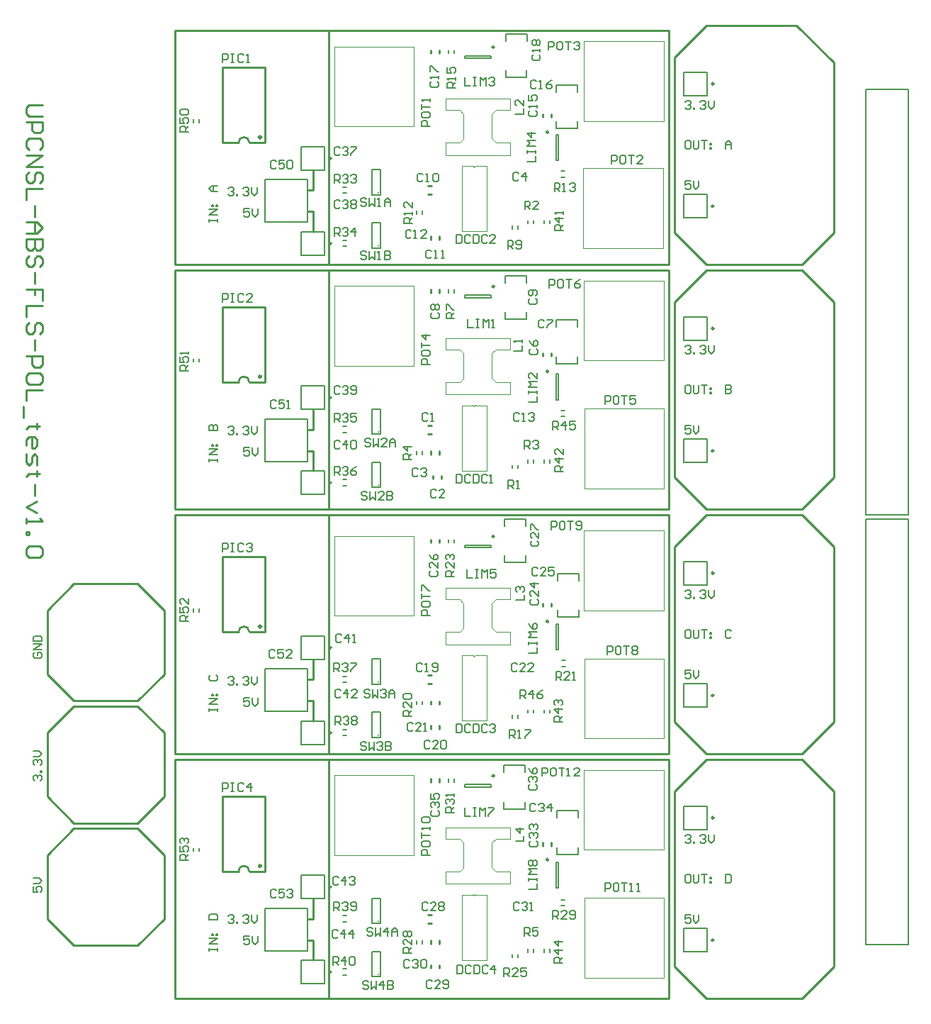
<source format=gto>
%FSAX25Y25*%
%MOIN*%
G70*
G01*
G75*
G04 Layer_Color=65535*
%ADD10R,0.06693X0.03937*%
%ADD11R,0.03543X0.02756*%
G04:AMPARAMS|DCode=12|XSize=23.62mil|YSize=35.43mil|CornerRadius=5.91mil|HoleSize=0mil|Usage=FLASHONLY|Rotation=270.000|XOffset=0mil|YOffset=0mil|HoleType=Round|Shape=RoundedRectangle|*
%AMROUNDEDRECTD12*
21,1,0.02362,0.02362,0,0,270.0*
21,1,0.01181,0.03543,0,0,270.0*
1,1,0.01181,-0.01181,-0.00591*
1,1,0.01181,-0.01181,0.00591*
1,1,0.01181,0.01181,0.00591*
1,1,0.01181,0.01181,-0.00591*
%
%ADD12ROUNDEDRECTD12*%
%ADD13R,0.02756X0.05118*%
%ADD14R,0.02756X0.03543*%
G04:AMPARAMS|DCode=15|XSize=23.62mil|YSize=43.31mil|CornerRadius=5.91mil|HoleSize=0mil|Usage=FLASHONLY|Rotation=90.000|XOffset=0mil|YOffset=0mil|HoleType=Round|Shape=RoundedRectangle|*
%AMROUNDEDRECTD15*
21,1,0.02362,0.03150,0,0,90.0*
21,1,0.01181,0.04331,0,0,90.0*
1,1,0.01181,0.01575,0.00591*
1,1,0.01181,0.01575,-0.00591*
1,1,0.01181,-0.01575,-0.00591*
1,1,0.01181,-0.01575,0.00591*
%
%ADD15ROUNDEDRECTD15*%
%ADD16R,0.03150X0.03543*%
%ADD17R,0.04134X0.01772*%
%ADD18O,0.04134X0.01772*%
%ADD19R,0.05118X0.02756*%
G04:AMPARAMS|DCode=20|XSize=23.62mil|YSize=35.43mil|CornerRadius=5.91mil|HoleSize=0mil|Usage=FLASHONLY|Rotation=180.000|XOffset=0mil|YOffset=0mil|HoleType=Round|Shape=RoundedRectangle|*
%AMROUNDEDRECTD20*
21,1,0.02362,0.02362,0,0,180.0*
21,1,0.01181,0.03543,0,0,180.0*
1,1,0.01181,-0.00591,0.01181*
1,1,0.01181,0.00591,0.01181*
1,1,0.01181,0.00591,-0.01181*
1,1,0.01181,-0.00591,-0.01181*
%
%ADD20ROUNDEDRECTD20*%
G04:AMPARAMS|DCode=21|XSize=78.74mil|YSize=137.8mil|CornerRadius=19.69mil|HoleSize=0mil|Usage=FLASHONLY|Rotation=0.000|XOffset=0mil|YOffset=0mil|HoleType=Round|Shape=RoundedRectangle|*
%AMROUNDEDRECTD21*
21,1,0.07874,0.09843,0,0,0.0*
21,1,0.03937,0.13780,0,0,0.0*
1,1,0.03937,0.01969,-0.04921*
1,1,0.03937,-0.01969,-0.04921*
1,1,0.03937,-0.01969,0.04921*
1,1,0.03937,0.01969,0.04921*
%
%ADD21ROUNDEDRECTD21*%
%ADD22R,0.03543X0.03150*%
%ADD23C,0.01969*%
%ADD24C,0.01000*%
%ADD25C,0.05906*%
%ADD26C,0.01181*%
%ADD27C,0.01575*%
%ADD28C,0.02953*%
%ADD29C,0.19685*%
%ADD30C,0.39370*%
G04:AMPARAMS|DCode=31|XSize=59.06mil|YSize=59.06mil|CornerRadius=14.76mil|HoleSize=0mil|Usage=FLASHONLY|Rotation=270.000|XOffset=0mil|YOffset=0mil|HoleType=Round|Shape=RoundedRectangle|*
%AMROUNDEDRECTD31*
21,1,0.05906,0.02953,0,0,270.0*
21,1,0.02953,0.05906,0,0,270.0*
1,1,0.02953,-0.01476,-0.01476*
1,1,0.02953,-0.01476,0.01476*
1,1,0.02953,0.01476,0.01476*
1,1,0.02953,0.01476,-0.01476*
%
%ADD31ROUNDEDRECTD31*%
G04:AMPARAMS|DCode=32|XSize=59.06mil|YSize=59.06mil|CornerRadius=0mil|HoleSize=0mil|Usage=FLASHONLY|Rotation=270.000|XOffset=0mil|YOffset=0mil|HoleType=Round|Shape=Octagon|*
%AMOCTAGOND32*
4,1,8,-0.01476,-0.02953,0.01476,-0.02953,0.02953,-0.01476,0.02953,0.01476,0.01476,0.02953,-0.01476,0.02953,-0.02953,0.01476,-0.02953,-0.01476,-0.01476,-0.02953,0.0*
%
%ADD32OCTAGOND32*%

%ADD33C,0.05906*%
%ADD34C,0.03583*%
%ADD35C,0.00984*%
%ADD36C,0.00500*%
%ADD37C,0.00394*%
%ADD38C,0.00600*%
%ADD39C,0.00787*%
D24*
X0385020Y0512362D02*
G03*
X0379980Y0512362I-0002520J0000000D01*
G01*
X0385020Y0399862D02*
G03*
X0379980Y0399862I-0002520J0000000D01*
G01*
X0385020Y0282362D02*
G03*
X0379980Y0282362I-0002520J0000000D01*
G01*
X0385020Y0169862D02*
G03*
X0379980Y0169862I-0002520J0000000D01*
G01*
X0412500Y0490000D02*
X0415000D01*
Y0499488D01*
X0412500Y0480000D02*
X0415000D01*
Y0470512D02*
Y0480000D01*
X0412500Y0377500D02*
X0415000D01*
Y0386988D01*
X0412500Y0367500D02*
X0415000D01*
Y0358012D02*
Y0367500D01*
X0412500Y0260000D02*
X0415000D01*
Y0269488D01*
X0412500Y0250000D02*
X0415000D01*
Y0240512D02*
Y0250000D01*
Y0128012D02*
Y0137500D01*
X0412500D02*
X0415000D01*
Y0147500D02*
Y0156988D01*
X0412500Y0147500D02*
X0415000D01*
X0345000D02*
Y0177500D01*
X0332500Y0135000D02*
X0345000Y0147500D01*
X0302500Y0135000D02*
X0332500D01*
X0290000Y0147500D02*
Y0177500D01*
Y0147500D02*
X0302500Y0135000D01*
X0290000Y0205000D02*
Y0235000D01*
Y0205000D02*
X0302500Y0192500D01*
X0332500D01*
X0290000Y0177500D02*
X0302500Y0190000D01*
X0332500D01*
X0345000Y0177500D01*
Y0205000D02*
Y0235000D01*
X0332500Y0192500D02*
X0345000Y0205000D01*
X0332500Y0247500D02*
X0345000Y0235000D01*
X0302500Y0247500D02*
X0332500D01*
X0290000Y0235000D02*
X0302500Y0247500D01*
X0290000Y0262500D02*
Y0292500D01*
Y0262500D02*
X0302500Y0250000D01*
X0332500D01*
X0345000Y0262500D02*
Y0292500D01*
X0332500Y0250000D02*
X0345000Y0262500D01*
X0332500Y0305000D02*
X0345000Y0292500D01*
X0302500Y0305000D02*
X0332500D01*
X0290000Y0292500D02*
X0302500Y0305000D01*
X0350000Y0340000D02*
Y0452500D01*
Y0110000D02*
X0422500D01*
X0350000D02*
Y0222500D01*
X0422500D01*
X0350000Y0225000D02*
X0422500D01*
X0350000D02*
Y0337500D01*
X0422500D01*
X0350000Y0340000D02*
X0422500D01*
X0350000Y0452500D02*
X0422500D01*
X0350000Y0455000D02*
X0422500D01*
X0350000D02*
Y0565000D01*
X0422500D01*
Y0110000D02*
Y0222500D01*
Y0110000D02*
X0577000D01*
X0582500D01*
Y0210000D01*
Y0222500D01*
X0422500D02*
X0582500D01*
X0422500Y0337500D02*
X0582500D01*
X0422500Y0225000D02*
Y0337500D01*
Y0225000D02*
X0575500D01*
X0582500D01*
Y0337500D01*
X0422500Y0452500D02*
X0582500D01*
X0422500Y0340000D02*
Y0452500D01*
Y0340000D02*
X0582500D01*
Y0452500D01*
X0422500Y0455000D02*
X0582500D01*
X0422500D02*
Y0565000D01*
X0582500D01*
Y0455000D02*
Y0565000D01*
X0660000Y0125000D02*
Y0136000D01*
X0645000Y0110000D02*
X0660000Y0125000D01*
X0600000Y0110000D02*
X0645000D01*
X0585000Y0125000D02*
X0600000Y0110000D01*
X0585000Y0125000D02*
Y0132500D01*
X0660000Y0136000D02*
Y0207500D01*
X0645000Y0222500D02*
X0660000Y0207500D01*
X0600000Y0222500D02*
X0645000D01*
X0585000Y0207500D02*
X0600000Y0222500D01*
X0585000Y0200000D02*
Y0207500D01*
X0660000Y0240000D02*
Y0247500D01*
X0645000Y0225000D02*
X0660000Y0240000D01*
X0600000Y0225000D02*
X0645000D01*
X0585000Y0240000D02*
X0600000Y0225000D01*
X0585000Y0240000D02*
Y0247500D01*
X0660000Y0314500D02*
Y0322500D01*
X0645000Y0337500D02*
X0660000Y0322500D01*
X0612000Y0337500D02*
X0645000D01*
X0600000D02*
X0612000D01*
X0585000Y0322500D02*
X0600000Y0337500D01*
X0585000Y0315000D02*
Y0322500D01*
X0660000Y0355000D02*
Y0362500D01*
X0645000Y0340000D02*
X0660000Y0355000D01*
X0600000Y0340000D02*
X0645000D01*
X0585000Y0355000D02*
X0600000Y0340000D01*
X0585000Y0355000D02*
Y0362500D01*
X0660000Y0430000D02*
Y0437500D01*
X0645000Y0452500D02*
X0660000Y0437500D01*
X0644500Y0452500D02*
X0645000D01*
X0600000D02*
X0644500D01*
X0585000Y0437500D02*
X0600000Y0452500D01*
X0585000Y0437000D02*
Y0437500D01*
Y0435000D02*
Y0437000D01*
Y0430000D02*
Y0435000D01*
X0600000Y0567500D02*
X0608000D01*
X0585000Y0552500D02*
X0600000Y0567500D01*
X0585000Y0545000D02*
Y0552500D01*
X0600000Y0455000D02*
X0607500D01*
X0585000Y0470000D02*
X0600000Y0455000D01*
X0585000Y0470000D02*
Y0477500D01*
X0660000Y0545000D02*
Y0550000D01*
X0642500Y0567500D02*
X0660000Y0550000D01*
X0608000Y0567500D02*
X0642500D01*
X0660000Y0470000D02*
Y0477500D01*
X0645000Y0455000D02*
X0660000Y0470000D01*
X0607500Y0455000D02*
X0645000D01*
X0660000Y0477500D02*
Y0545000D01*
Y0362500D02*
Y0430000D01*
Y0247500D02*
Y0315000D01*
X0585000Y0132500D02*
Y0200000D01*
Y0247500D02*
Y0315000D01*
Y0362500D02*
Y0430000D01*
Y0477500D02*
Y0545000D01*
X0470532Y0211713D02*
Y0213287D01*
X0474469Y0211713D02*
Y0213287D01*
X0470532Y0441713D02*
Y0443287D01*
X0474469Y0441713D02*
Y0443287D01*
X0470532Y0248213D02*
Y0249787D01*
X0474469Y0248213D02*
Y0249787D01*
X0470532Y0236713D02*
Y0238287D01*
X0474469Y0236713D02*
Y0238287D01*
X0469213Y0261968D02*
X0470787D01*
X0469213Y0258032D02*
X0470787D01*
X0526968Y0294213D02*
Y0295787D01*
X0523032Y0294213D02*
Y0295787D01*
X0470532Y0324213D02*
Y0325787D01*
X0474469Y0324213D02*
Y0325787D01*
X0526968Y0524213D02*
Y0525787D01*
X0523032Y0524213D02*
Y0525787D01*
X0469213Y0491968D02*
X0470787D01*
X0469213Y0488031D02*
X0470787D01*
X0470532Y0466713D02*
Y0468287D01*
X0474469Y0466713D02*
Y0468287D01*
X0470532Y0554213D02*
Y0555787D01*
X0474469Y0554213D02*
Y0555787D01*
X0470532Y0365713D02*
Y0367287D01*
X0474469Y0365713D02*
Y0367287D01*
X0471531Y0354213D02*
Y0355787D01*
X0475468Y0354213D02*
Y0355787D01*
X0527118Y0411909D02*
Y0413484D01*
X0523181Y0411909D02*
Y0413484D01*
X0469213Y0379468D02*
X0470787D01*
X0469213Y0375532D02*
X0470787D01*
X0526968Y0181713D02*
Y0183287D01*
X0523032Y0181713D02*
Y0183287D01*
X0469213Y0149469D02*
X0470787D01*
X0469213Y0145531D02*
X0470787D01*
X0470532Y0135713D02*
Y0137287D01*
X0474469Y0135713D02*
Y0137287D01*
X0470532Y0124213D02*
Y0125787D01*
X0474469Y0124213D02*
Y0125787D01*
X0385020Y0512362D02*
X0392500D01*
Y0547638D01*
X0372500D02*
X0392500D01*
X0372500Y0512362D02*
Y0547638D01*
Y0512362D02*
X0379980D01*
X0385020Y0399862D02*
X0392500D01*
Y0435138D01*
X0372500D02*
X0392500D01*
X0372500Y0399862D02*
Y0435138D01*
Y0399862D02*
X0379980D01*
X0385020Y0282362D02*
X0392500D01*
Y0317638D01*
X0372500D02*
X0392500D01*
X0372500Y0282362D02*
Y0317638D01*
Y0282362D02*
X0379980D01*
X0385020Y0169862D02*
X0392500D01*
Y0205138D01*
X0372500D02*
X0392500D01*
X0372500Y0169862D02*
Y0205138D01*
Y0169862D02*
X0379980D01*
D26*
X0390610Y0514882D02*
G03*
X0390610Y0514882I-0000551J0000000D01*
G01*
Y0402382D02*
G03*
X0390610Y0402382I-0000551J0000000D01*
G01*
Y0284882D02*
G03*
X0390610Y0284882I-0000551J0000000D01*
G01*
Y0172382D02*
G03*
X0390610Y0172382I-0000551J0000000D01*
G01*
D35*
X0423563Y0505000D02*
G03*
X0423563Y0505000I-0000492J0000000D01*
G01*
Y0465000D02*
G03*
X0423563Y0465000I-0000492J0000000D01*
G01*
Y0392500D02*
G03*
X0423563Y0392500I-0000492J0000000D01*
G01*
Y0352500D02*
G03*
X0423563Y0352500I-0000492J0000000D01*
G01*
Y0275000D02*
G03*
X0423563Y0275000I-0000492J0000000D01*
G01*
Y0235000D02*
G03*
X0423563Y0235000I-0000492J0000000D01*
G01*
Y0162500D02*
G03*
X0423563Y0162500I-0000492J0000000D01*
G01*
Y0122500D02*
G03*
X0423563Y0122500I-0000492J0000000D01*
G01*
X0603563Y0540000D02*
G03*
X0603563Y0540000I-0000492J0000000D01*
G01*
Y0482500D02*
G03*
X0603563Y0482500I-0000492J0000000D01*
G01*
Y0425000D02*
G03*
X0603563Y0425000I-0000492J0000000D01*
G01*
Y0367500D02*
G03*
X0603563Y0367500I-0000492J0000000D01*
G01*
Y0310000D02*
G03*
X0603563Y0310000I-0000492J0000000D01*
G01*
Y0252500D02*
G03*
X0603563Y0252500I-0000492J0000000D01*
G01*
Y0195000D02*
G03*
X0603563Y0195000I-0000492J0000000D01*
G01*
Y0137500D02*
G03*
X0603563Y0137500I-0000492J0000000D01*
G01*
X0500276Y0214724D02*
G03*
X0500276Y0214724I-0000492J0000000D01*
G01*
X0525768Y0404783D02*
G03*
X0525768Y0404783I-0000492J0000000D01*
G01*
X0500276Y0444724D02*
G03*
X0500276Y0444724I-0000492J0000000D01*
G01*
X0525768Y0287283D02*
G03*
X0525768Y0287283I-0000492J0000000D01*
G01*
X0500276Y0327224D02*
G03*
X0500276Y0327224I-0000492J0000000D01*
G01*
X0525768Y0517283D02*
G03*
X0525768Y0517283I-0000492J0000000D01*
G01*
X0500276Y0557224D02*
G03*
X0500276Y0557224I-0000492J0000000D01*
G01*
X0525768Y0175284D02*
G03*
X0525768Y0175284I-0000492J0000000D01*
G01*
X0287872Y0530000D02*
X0281312D01*
X0280000Y0528688D01*
Y0526064D01*
X0281312Y0524752D01*
X0287872D01*
X0280000Y0522128D02*
X0287872D01*
Y0518193D01*
X0286560Y0516881D01*
X0283936D01*
X0282624Y0518193D01*
Y0522128D01*
X0286560Y0509009D02*
X0287872Y0510321D01*
Y0512945D01*
X0286560Y0514257D01*
X0281312D01*
X0280000Y0512945D01*
Y0510321D01*
X0281312Y0509009D01*
X0280000Y0506386D02*
X0287872D01*
X0280000Y0501138D01*
X0287872D01*
X0286560Y0493266D02*
X0287872Y0494578D01*
Y0497202D01*
X0286560Y0498514D01*
X0285248D01*
X0283936Y0497202D01*
Y0494578D01*
X0282624Y0493266D01*
X0281312D01*
X0280000Y0494578D01*
Y0497202D01*
X0281312Y0498514D01*
X0287872Y0490643D02*
X0280000D01*
Y0485395D01*
X0283936Y0482771D02*
Y0477524D01*
X0280000Y0474900D02*
X0285248D01*
X0287872Y0472276D01*
X0285248Y0469652D01*
X0280000D01*
X0283936D01*
Y0474900D01*
X0287872Y0467028D02*
X0280000D01*
Y0463092D01*
X0281312Y0461781D01*
X0282624D01*
X0283936Y0463092D01*
Y0467028D01*
Y0463092D01*
X0285248Y0461781D01*
X0286560D01*
X0287872Y0463092D01*
Y0467028D01*
X0286560Y0453909D02*
X0287872Y0455221D01*
Y0457845D01*
X0286560Y0459157D01*
X0285248D01*
X0283936Y0457845D01*
Y0455221D01*
X0282624Y0453909D01*
X0281312D01*
X0280000Y0455221D01*
Y0457845D01*
X0281312Y0459157D01*
X0283936Y0451285D02*
Y0446038D01*
X0287872Y0438166D02*
Y0443414D01*
X0283936D01*
Y0440790D01*
Y0443414D01*
X0280000D01*
X0287872Y0435542D02*
X0280000D01*
Y0430295D01*
X0286560Y0422423D02*
X0287872Y0423735D01*
Y0426359D01*
X0286560Y0427671D01*
X0285248D01*
X0283936Y0426359D01*
Y0423735D01*
X0282624Y0422423D01*
X0281312D01*
X0280000Y0423735D01*
Y0426359D01*
X0281312Y0427671D01*
X0283936Y0419799D02*
Y0414552D01*
X0280000Y0411928D02*
X0287872D01*
Y0407992D01*
X0286560Y0406680D01*
X0283936D01*
X0282624Y0407992D01*
Y0411928D01*
X0287872Y0400121D02*
Y0402744D01*
X0286560Y0404056D01*
X0281312D01*
X0280000Y0402744D01*
Y0400121D01*
X0281312Y0398809D01*
X0286560D01*
X0287872Y0400121D01*
Y0396185D02*
X0280000D01*
Y0390937D01*
X0278688Y0388313D02*
Y0383066D01*
X0286560Y0379130D02*
X0285248D01*
Y0380442D01*
Y0377818D01*
Y0379130D01*
X0281312D01*
X0280000Y0377818D01*
Y0369947D02*
Y0372570D01*
X0281312Y0373882D01*
X0283936D01*
X0285248Y0372570D01*
Y0369947D01*
X0283936Y0368635D01*
X0282624D01*
Y0373882D01*
X0280000Y0366011D02*
Y0362075D01*
X0281312Y0360763D01*
X0282624Y0362075D01*
Y0364699D01*
X0283936Y0366011D01*
X0285248Y0364699D01*
Y0360763D01*
X0286560Y0356827D02*
X0285248D01*
Y0358139D01*
Y0355516D01*
Y0356827D01*
X0281312D01*
X0280000Y0355516D01*
X0283936Y0351580D02*
Y0346332D01*
X0285248Y0343708D02*
X0280000Y0341085D01*
X0285248Y0338461D01*
X0280000Y0335837D02*
Y0333213D01*
Y0334525D01*
X0287872D01*
X0286560Y0335837D01*
X0280000Y0329277D02*
X0281312D01*
Y0327965D01*
X0280000D01*
Y0329277D01*
X0286560Y0322718D02*
X0287872Y0321406D01*
Y0318782D01*
X0286560Y0317470D01*
X0281312D01*
X0280000Y0318782D01*
Y0321406D01*
X0281312Y0322718D01*
X0286560D01*
D36*
X0445866Y0351319D02*
G03*
X0445866Y0351319I-0000197J0000000D01*
G01*
Y0258819D02*
G03*
X0445866Y0258819I-0000197J0000000D01*
G01*
Y0233819D02*
G03*
X0445866Y0233819I-0000197J0000000D01*
G01*
Y0376319D02*
G03*
X0445866Y0376319I-0000197J0000000D01*
G01*
Y0463819D02*
G03*
X0445866Y0463819I-0000197J0000000D01*
G01*
Y0488819D02*
G03*
X0445866Y0488819I-0000197J0000000D01*
G01*
Y0146319D02*
G03*
X0445866Y0146319I-0000197J0000000D01*
G01*
Y0121319D02*
G03*
X0445866Y0121319I-0000197J0000000D01*
G01*
X0442717Y0350335D02*
X0446654D01*
X0442717D02*
Y0362146D01*
X0446654D01*
Y0350335D02*
Y0362146D01*
X0442717Y0257835D02*
X0446654D01*
X0442717D02*
Y0269646D01*
X0446654D01*
Y0257835D02*
Y0269646D01*
X0442717Y0232835D02*
X0446654D01*
X0442717D02*
Y0244646D01*
X0446654D01*
Y0232835D02*
Y0244646D01*
X0442717Y0375335D02*
X0446654D01*
X0442717D02*
Y0387146D01*
X0446654D01*
Y0375335D02*
Y0387146D01*
X0442717Y0462835D02*
X0446654D01*
X0442717D02*
Y0474646D01*
X0446654D01*
Y0462835D02*
Y0474646D01*
X0442717Y0487835D02*
X0446654D01*
X0442717D02*
Y0499646D01*
X0446654D01*
Y0487835D02*
Y0499646D01*
X0442717Y0145335D02*
X0446654D01*
X0442717D02*
Y0157146D01*
X0446654D01*
Y0145335D02*
Y0157146D01*
X0442717Y0120335D02*
X0446654D01*
X0442717D02*
Y0132146D01*
X0446654D01*
Y0120335D02*
Y0132146D01*
D37*
X0490285Y0388779D02*
G03*
X0491565Y0388779I0000640J0000000D01*
G01*
X0490285Y0271280D02*
G03*
X0491565Y0271280I0000640J0000000D01*
G01*
X0490285Y0501279D02*
G03*
X0491565Y0501279I0000640J0000000D01*
G01*
X0490285Y0158780D02*
G03*
X0491565Y0158780I0000640J0000000D01*
G01*
X0425000Y0177500D02*
Y0215020D01*
X0462520D01*
Y0177500D02*
Y0215020D01*
X0425000Y0177500D02*
X0462520D01*
X0484961Y0358071D02*
Y0388779D01*
X0490285D01*
X0491565D02*
X0496890D01*
Y0358071D02*
Y0388779D01*
X0484961Y0358071D02*
X0496890D01*
X0542740Y0349787D02*
X0580260D01*
Y0387307D01*
X0542740D02*
X0580260D01*
X0542740Y0349787D02*
Y0387307D01*
X0425000Y0407500D02*
Y0445020D01*
X0462520D01*
Y0407500D02*
Y0445020D01*
X0425000Y0407500D02*
X0462520D01*
X0484961Y0240571D02*
Y0271280D01*
X0490285D01*
X0491565D02*
X0496890D01*
Y0240571D02*
Y0271280D01*
X0484961Y0240571D02*
X0496890D01*
X0477276Y0276500D02*
X0507787D01*
X0477276Y0302878D02*
X0507787D01*
X0477276Y0276500D02*
Y0282209D01*
Y0297563D02*
Y0302878D01*
Y0297563D02*
X0483299D01*
X0484087D01*
X0485858Y0295791D01*
Y0284177D02*
Y0295791D01*
Y0283980D02*
Y0284177D01*
X0484087Y0282209D02*
X0485858Y0283980D01*
X0477276Y0282209D02*
X0484087D01*
X0507787Y0276500D02*
Y0282248D01*
Y0297563D02*
Y0302878D01*
X0500976Y0297563D02*
X0507787D01*
X0499205Y0295791D02*
X0500976Y0297563D01*
X0499205Y0284216D02*
Y0295791D01*
Y0284216D02*
X0501173Y0282248D01*
X0507787D01*
X0542740Y0232287D02*
X0580260D01*
Y0269807D01*
X0542740D02*
X0580260D01*
X0542740Y0232287D02*
Y0269807D01*
X0542500Y0522500D02*
Y0560020D01*
X0580020D01*
Y0522500D02*
Y0560020D01*
X0542500Y0522500D02*
X0580020D01*
X0542240Y0462787D02*
X0579760D01*
Y0500307D01*
X0542240D02*
X0579760D01*
X0542240Y0462787D02*
Y0500307D01*
X0425000Y0290000D02*
Y0327520D01*
X0462520D01*
Y0290000D02*
Y0327520D01*
X0425000Y0290000D02*
X0462520D01*
X0425000Y0520000D02*
Y0557520D01*
X0462520D01*
Y0520000D02*
Y0557520D01*
X0425000Y0520000D02*
X0462520D01*
X0484961Y0470571D02*
Y0501279D01*
X0490285D01*
X0491565D02*
X0496890D01*
Y0470571D02*
Y0501279D01*
X0484961Y0470571D02*
X0496890D01*
X0477276Y0506500D02*
X0507787D01*
X0477276Y0532878D02*
X0507787D01*
X0477276Y0506500D02*
Y0512209D01*
Y0527563D02*
Y0532878D01*
Y0527563D02*
X0483299D01*
X0484087D01*
X0485858Y0525791D01*
Y0514177D02*
Y0525791D01*
Y0513980D02*
Y0514177D01*
X0484087Y0512209D02*
X0485858Y0513980D01*
X0477276Y0512209D02*
X0484087D01*
X0507787Y0506500D02*
Y0512248D01*
Y0527563D02*
Y0532878D01*
X0500976Y0527563D02*
X0507787D01*
X0499205Y0525791D02*
X0500976Y0527563D01*
X0499205Y0514217D02*
Y0525791D01*
Y0514217D02*
X0501173Y0512248D01*
X0507787D01*
X0542500Y0410000D02*
Y0447520D01*
X0580020D01*
Y0410000D02*
Y0447520D01*
X0542500Y0410000D02*
X0580020D01*
X0542500Y0180000D02*
Y0217520D01*
X0580020D01*
Y0180000D02*
Y0217520D01*
X0542500Y0180000D02*
X0580020D01*
X0542500Y0292500D02*
Y0330020D01*
X0580020D01*
Y0292500D02*
Y0330020D01*
X0542500Y0292500D02*
X0580020D01*
X0542740Y0119787D02*
X0580260D01*
Y0157307D01*
X0542740D02*
X0580260D01*
X0542740Y0119787D02*
Y0157307D01*
X0477276Y0164000D02*
X0507787D01*
X0477276Y0190378D02*
X0507787D01*
X0477276Y0164000D02*
Y0169709D01*
Y0185063D02*
Y0190378D01*
Y0185063D02*
X0483299D01*
X0484087D01*
X0485858Y0183291D01*
Y0171677D02*
Y0183291D01*
Y0171480D02*
Y0171677D01*
X0484087Y0169709D02*
X0485858Y0171480D01*
X0477276Y0169709D02*
X0484087D01*
X0507787Y0164000D02*
Y0169748D01*
Y0185063D02*
Y0190378D01*
X0500976Y0185063D02*
X0507787D01*
X0499205Y0183291D02*
X0500976Y0185063D01*
X0499205Y0171716D02*
Y0183291D01*
Y0171716D02*
X0501173Y0169748D01*
X0507787D01*
X0477276Y0394000D02*
X0507787D01*
X0477276Y0420378D02*
X0507787D01*
X0477276Y0394000D02*
Y0399709D01*
Y0415063D02*
Y0420378D01*
Y0415063D02*
X0483299D01*
X0484087D01*
X0485858Y0413291D01*
Y0401677D02*
Y0413291D01*
Y0401480D02*
Y0401677D01*
X0484087Y0399709D02*
X0485858Y0401480D01*
X0477276Y0399709D02*
X0484087D01*
X0507787Y0394000D02*
Y0399748D01*
Y0415063D02*
Y0420378D01*
X0500976Y0415063D02*
X0507787D01*
X0499205Y0413291D02*
X0500976Y0415063D01*
X0499205Y0401717D02*
Y0413291D01*
Y0401717D02*
X0501173Y0399748D01*
X0507787D01*
X0484961Y0128071D02*
Y0158780D01*
X0490285D01*
X0491565D02*
X0496890D01*
Y0128071D02*
Y0158780D01*
X0484961Y0128071D02*
X0496890D01*
D38*
X0505669Y0563465D02*
X0515669D01*
X0505669Y0542992D02*
X0515590D01*
X0505669Y0560118D02*
Y0563465D01*
X0515669Y0560118D02*
Y0563465D01*
X0515590Y0542992D02*
Y0546339D01*
X0505669Y0542992D02*
Y0546339D01*
X0529488Y0539409D02*
X0539488D01*
X0529488Y0518937D02*
X0539409D01*
X0529488Y0536063D02*
Y0539409D01*
X0539488Y0536063D02*
Y0539409D01*
X0539409Y0518937D02*
Y0522284D01*
X0529488Y0518937D02*
Y0522284D01*
X0505512Y0449803D02*
X0515512D01*
X0505512Y0429331D02*
X0515433D01*
X0505512Y0446457D02*
Y0449803D01*
X0515512Y0446457D02*
Y0449803D01*
X0515433Y0429331D02*
Y0432677D01*
X0505512Y0429331D02*
Y0432677D01*
X0529449Y0428937D02*
X0539449D01*
X0529449Y0408465D02*
X0539370D01*
X0529449Y0425591D02*
Y0428937D01*
X0539449Y0425591D02*
Y0428937D01*
X0539370Y0408465D02*
Y0411811D01*
X0529449Y0408465D02*
Y0411811D01*
X0504685Y0219646D02*
X0514685D01*
X0504685Y0199173D02*
X0514606D01*
X0504685Y0216299D02*
Y0219646D01*
X0514685Y0216299D02*
Y0219646D01*
X0514606Y0199173D02*
Y0202520D01*
X0504685Y0199173D02*
Y0202520D01*
X0529803Y0198228D02*
X0539803D01*
X0529803Y0177756D02*
X0539724D01*
X0529803Y0194882D02*
Y0198228D01*
X0539803Y0194882D02*
Y0198228D01*
X0539724Y0177756D02*
Y0181102D01*
X0529803Y0177756D02*
Y0181102D01*
X0505079Y0335472D02*
X0515079D01*
X0505079Y0315000D02*
X0515000D01*
X0505079Y0332126D02*
Y0335472D01*
X0515079Y0332126D02*
Y0335472D01*
X0515000Y0315000D02*
Y0318347D01*
X0505079Y0315000D02*
Y0318347D01*
X0530236Y0309764D02*
X0540236D01*
X0530236Y0289291D02*
X0540158D01*
X0530236Y0306417D02*
Y0309764D01*
X0540236Y0306417D02*
Y0309764D01*
X0540158Y0289291D02*
Y0292638D01*
X0530236Y0289291D02*
Y0292638D01*
D39*
X0409488Y0510512D02*
X0420512D01*
X0409488Y0499488D02*
Y0510512D01*
Y0499488D02*
X0420512D01*
X0420512Y0499488D02*
Y0510512D01*
X0409488Y0470512D02*
X0420512D01*
X0409488Y0459488D02*
Y0470512D01*
Y0459488D02*
X0420512D01*
X0420512Y0459488D02*
Y0470512D01*
X0409488Y0398012D02*
X0420512D01*
X0409488Y0386988D02*
Y0398012D01*
Y0386988D02*
X0420512D01*
X0420512Y0386988D02*
Y0398012D01*
X0409488Y0358012D02*
X0420512D01*
X0409488Y0346988D02*
Y0358012D01*
Y0346988D02*
X0420512D01*
X0420512Y0346988D02*
Y0358012D01*
X0409488Y0280512D02*
X0420512D01*
X0409488Y0269488D02*
Y0280512D01*
Y0269488D02*
X0420512D01*
X0420512Y0269488D02*
Y0280512D01*
X0409488Y0240512D02*
X0420512D01*
X0409488Y0229488D02*
Y0240512D01*
Y0229488D02*
X0420512D01*
X0420512Y0229488D02*
Y0240512D01*
X0409488Y0168012D02*
X0420512D01*
X0409488Y0156988D02*
Y0168012D01*
Y0156988D02*
X0420512D01*
X0420512Y0156988D02*
Y0168012D01*
X0409488Y0128012D02*
X0420512D01*
X0409488Y0116988D02*
Y0128012D01*
Y0116988D02*
X0420512D01*
X0420512Y0116988D02*
Y0128012D01*
X0589488Y0545512D02*
X0600512D01*
X0589488Y0534488D02*
Y0545512D01*
Y0534488D02*
X0600512D01*
X0600512Y0534488D02*
Y0545512D01*
X0589488Y0488012D02*
X0600512D01*
X0589488Y0476988D02*
Y0488012D01*
Y0476988D02*
X0600512D01*
X0600512Y0476988D02*
Y0488012D01*
X0589488Y0430512D02*
X0600512D01*
X0589488Y0419488D02*
Y0430512D01*
Y0419488D02*
X0600512D01*
X0600512Y0419488D02*
Y0430512D01*
X0589488Y0373012D02*
X0600512D01*
X0589488Y0361988D02*
Y0373012D01*
Y0361988D02*
X0600512D01*
X0600512Y0361988D02*
Y0373012D01*
X0589488Y0315512D02*
X0600512D01*
X0589488Y0304488D02*
Y0315512D01*
Y0304488D02*
X0600512D01*
X0600512Y0304488D02*
Y0315512D01*
X0589488Y0258012D02*
X0600512D01*
X0589488Y0246988D02*
Y0258012D01*
Y0246988D02*
X0600512D01*
X0600512Y0246988D02*
Y0258012D01*
X0589488Y0200512D02*
X0600512D01*
X0589488Y0189488D02*
Y0200512D01*
Y0189488D02*
X0600512D01*
X0600512Y0189488D02*
Y0200512D01*
X0589488Y0143012D02*
X0600512D01*
X0589488Y0131988D02*
Y0143012D01*
Y0131988D02*
X0600512D01*
X0600512Y0131988D02*
Y0143012D01*
X0412500Y0475000D02*
Y0495000D01*
X0392500D02*
X0412500D01*
X0392500Y0475000D02*
X0412500D01*
X0392500D02*
Y0495000D01*
X0412500Y0362500D02*
Y0382500D01*
X0392500D02*
X0412500D01*
X0392500Y0362500D02*
X0412500D01*
X0392500D02*
Y0382500D01*
X0412500Y0245000D02*
Y0265000D01*
X0392500D02*
X0412500D01*
X0392500Y0245000D02*
X0412500D01*
X0392500D02*
Y0265000D01*
X0412500Y0132500D02*
Y0152500D01*
X0392500D02*
X0412500D01*
X0392500Y0132500D02*
X0412500D01*
X0392500D02*
Y0152500D01*
X0478622Y0211713D02*
Y0213287D01*
X0481378Y0211713D02*
Y0213287D01*
X0498602Y0209409D02*
Y0210591D01*
X0486398Y0209409D02*
Y0210591D01*
X0498602D01*
X0486398Y0209409D02*
X0498602D01*
X0429213Y0378878D02*
X0430787D01*
X0429213Y0376122D02*
X0430787D01*
X0429213Y0351122D02*
X0430787D01*
X0429213Y0353878D02*
X0430787D01*
X0530590Y0391398D02*
Y0403602D01*
X0529410Y0391398D02*
Y0403602D01*
Y0391398D02*
X0530590D01*
X0529410Y0403602D02*
X0530590D01*
X0523622Y0361713D02*
Y0363287D01*
X0526378Y0361713D02*
Y0363287D01*
X0478622Y0441713D02*
Y0443287D01*
X0481378Y0441713D02*
Y0443287D01*
X0486398Y0439409D02*
X0498602D01*
X0486398Y0440590D02*
X0498602D01*
X0486398Y0439409D02*
Y0440590D01*
X0498602Y0439409D02*
Y0440590D01*
X0429213Y0261378D02*
X0430787D01*
X0429213Y0258622D02*
X0430787D01*
X0429213Y0233622D02*
X0430787D01*
X0429213Y0236378D02*
X0430787D01*
X0463622Y0248213D02*
Y0249787D01*
X0466378Y0248213D02*
Y0249787D01*
X0518878Y0244213D02*
Y0245787D01*
X0516122Y0244213D02*
Y0245787D01*
X0508622Y0241713D02*
Y0243287D01*
X0511378Y0241713D02*
Y0243287D01*
X0523622Y0244213D02*
Y0245787D01*
X0526378Y0244213D02*
Y0245787D01*
X0529410Y0286102D02*
X0530590D01*
X0529410Y0273898D02*
X0530590D01*
X0529410D02*
Y0286102D01*
X0530590Y0273898D02*
Y0286102D01*
X0478622Y0324213D02*
Y0325787D01*
X0481378Y0324213D02*
Y0325787D01*
X0498602Y0321909D02*
Y0323091D01*
X0486398Y0321909D02*
Y0323091D01*
X0498602D01*
X0486398Y0321909D02*
X0498602D01*
X0508622Y0471713D02*
Y0473287D01*
X0511378Y0471713D02*
Y0473287D01*
X0516122Y0474213D02*
Y0475787D01*
X0518878Y0474213D02*
Y0475787D01*
X0523622Y0474213D02*
Y0475787D01*
X0526378Y0474213D02*
Y0475787D01*
X0531713Y0496122D02*
X0533287D01*
X0531713Y0498878D02*
X0533287D01*
X0529410Y0516102D02*
X0530590D01*
X0529410Y0503898D02*
X0530590D01*
X0529410D02*
Y0516102D01*
X0530590Y0503898D02*
Y0516102D01*
X0463622Y0478713D02*
Y0480287D01*
X0466378Y0478713D02*
Y0480287D01*
X0429095Y0463693D02*
X0430669D01*
X0429095Y0466449D02*
X0430669D01*
X0429213Y0491378D02*
X0430787D01*
X0429213Y0488622D02*
X0430787D01*
X0478622Y0554213D02*
Y0555787D01*
X0481378Y0554213D02*
Y0555787D01*
X0498602Y0551909D02*
Y0553090D01*
X0486398Y0551909D02*
Y0553090D01*
X0498602D01*
X0486398Y0551909D02*
X0498602D01*
X0463622Y0365713D02*
Y0367287D01*
X0466378Y0365713D02*
Y0367287D01*
X0516122Y0361713D02*
Y0363287D01*
X0518878Y0361713D02*
Y0363287D01*
X0508622Y0359213D02*
Y0360787D01*
X0511378Y0359213D02*
Y0360787D01*
X0675000Y0135433D02*
Y0335433D01*
X0695000Y0135433D02*
Y0335433D01*
X0675000D02*
X0695000D01*
X0675000Y0135433D02*
X0695000D01*
X0675000Y0337500D02*
Y0537500D01*
X0695000Y0337500D02*
Y0537500D01*
X0675000D02*
X0695000D01*
X0675000Y0337500D02*
X0695000D01*
X0529410Y0174102D02*
X0530590D01*
X0529410Y0161898D02*
X0530590D01*
X0529410D02*
Y0174102D01*
X0530590Y0161898D02*
Y0174102D01*
X0531713Y0153622D02*
X0533287D01*
X0531713Y0156378D02*
X0533287D01*
X0523622Y0131713D02*
Y0133287D01*
X0526378Y0131713D02*
Y0133287D01*
X0508622Y0129213D02*
Y0130787D01*
X0511378Y0129213D02*
Y0130787D01*
X0516122Y0131713D02*
Y0133287D01*
X0518878Y0131713D02*
Y0133287D01*
X0429213Y0121122D02*
X0430787D01*
X0429213Y0123878D02*
X0430787D01*
X0429213Y0148878D02*
X0430787D01*
X0429213Y0146122D02*
X0430787D01*
X0463622Y0135713D02*
Y0137287D01*
X0466378Y0135713D02*
Y0137287D01*
X0358622Y0521713D02*
Y0523287D01*
X0361378Y0521713D02*
Y0523287D01*
X0358622Y0409213D02*
Y0410787D01*
X0361378Y0409213D02*
Y0410787D01*
X0358622Y0291713D02*
Y0293287D01*
X0361378Y0291713D02*
Y0293287D01*
X0358622Y0179213D02*
Y0180787D01*
X0361378Y0179213D02*
Y0180787D01*
X0531713Y0386378D02*
X0533287D01*
X0531713Y0383622D02*
X0533287D01*
X0532165Y0266122D02*
X0533740D01*
X0532165Y0268878D02*
X0533740D01*
X0440974Y0117583D02*
X0440318Y0118239D01*
X0439006D01*
X0438350Y0117583D01*
Y0116927D01*
X0439006Y0116271D01*
X0440318D01*
X0440974Y0115615D01*
Y0114959D01*
X0440318Y0114303D01*
X0439006D01*
X0438350Y0114959D01*
X0442286Y0118239D02*
Y0114303D01*
X0443598Y0115615D01*
X0444910Y0114303D01*
Y0118239D01*
X0448190Y0114303D02*
Y0118239D01*
X0446222Y0116271D01*
X0448846D01*
X0450158Y0118239D02*
Y0114303D01*
X0452126D01*
X0452781Y0114959D01*
Y0115615D01*
X0452126Y0116271D01*
X0450158D01*
X0452126D01*
X0452781Y0116927D01*
Y0117583D01*
X0452126Y0118239D01*
X0450158D01*
X0442974Y0142583D02*
X0442318Y0143239D01*
X0441006D01*
X0440350Y0142583D01*
Y0141927D01*
X0441006Y0141271D01*
X0442318D01*
X0442974Y0140615D01*
Y0139959D01*
X0442318Y0139303D01*
X0441006D01*
X0440350Y0139959D01*
X0444286Y0143239D02*
Y0139303D01*
X0445598Y0140615D01*
X0446910Y0139303D01*
Y0143239D01*
X0450190Y0139303D02*
Y0143239D01*
X0448222Y0141271D01*
X0450846D01*
X0452158Y0139303D02*
Y0141927D01*
X0453470Y0143239D01*
X0454781Y0141927D01*
Y0139303D01*
Y0141271D01*
X0452158D01*
X0439974Y0230130D02*
X0439318Y0230786D01*
X0438006D01*
X0437350Y0230130D01*
Y0229474D01*
X0438006Y0228818D01*
X0439318D01*
X0439974Y0228162D01*
Y0227506D01*
X0439318Y0226850D01*
X0438006D01*
X0437350Y0227506D01*
X0441286Y0230786D02*
Y0226850D01*
X0442598Y0228162D01*
X0443910Y0226850D01*
Y0230786D01*
X0445222Y0230130D02*
X0445878Y0230786D01*
X0447190D01*
X0447846Y0230130D01*
Y0229474D01*
X0447190Y0228818D01*
X0446534D01*
X0447190D01*
X0447846Y0228162D01*
Y0227506D01*
X0447190Y0226850D01*
X0445878D01*
X0445222Y0227506D01*
X0449158Y0230786D02*
Y0226850D01*
X0451125D01*
X0451781Y0227506D01*
Y0228162D01*
X0451125Y0228818D01*
X0449158D01*
X0451125D01*
X0451781Y0229474D01*
Y0230130D01*
X0451125Y0230786D01*
X0449158D01*
X0441624Y0254780D02*
X0440968Y0255436D01*
X0439656D01*
X0439000Y0254780D01*
Y0254124D01*
X0439656Y0253468D01*
X0440968D01*
X0441624Y0252812D01*
Y0252156D01*
X0440968Y0251500D01*
X0439656D01*
X0439000Y0252156D01*
X0442936Y0255436D02*
Y0251500D01*
X0444248Y0252812D01*
X0445560Y0251500D01*
Y0255436D01*
X0446872Y0254780D02*
X0447527Y0255436D01*
X0448839D01*
X0449495Y0254780D01*
Y0254124D01*
X0448839Y0253468D01*
X0448183D01*
X0448839D01*
X0449495Y0252812D01*
Y0252156D01*
X0448839Y0251500D01*
X0447527D01*
X0446872Y0252156D01*
X0450807Y0251500D02*
Y0254124D01*
X0452119Y0255436D01*
X0453431Y0254124D01*
Y0251500D01*
Y0253468D01*
X0450807D01*
X0440474Y0347583D02*
X0439818Y0348239D01*
X0438506D01*
X0437850Y0347583D01*
Y0346927D01*
X0438506Y0346271D01*
X0439818D01*
X0440474Y0345615D01*
Y0344959D01*
X0439818Y0344303D01*
X0438506D01*
X0437850Y0344959D01*
X0441786Y0348239D02*
Y0344303D01*
X0443098Y0345615D01*
X0444410Y0344303D01*
Y0348239D01*
X0448346Y0344303D02*
X0445722D01*
X0448346Y0346927D01*
Y0347583D01*
X0447690Y0348239D01*
X0446378D01*
X0445722Y0347583D01*
X0449658Y0348239D02*
Y0344303D01*
X0451625D01*
X0452281Y0344959D01*
Y0345615D01*
X0451625Y0346271D01*
X0449658D01*
X0451625D01*
X0452281Y0346927D01*
Y0347583D01*
X0451625Y0348239D01*
X0449658D01*
X0441974Y0372583D02*
X0441318Y0373239D01*
X0440006D01*
X0439350Y0372583D01*
Y0371927D01*
X0440006Y0371271D01*
X0441318D01*
X0441974Y0370615D01*
Y0369959D01*
X0441318Y0369303D01*
X0440006D01*
X0439350Y0369959D01*
X0443286Y0373239D02*
Y0369303D01*
X0444598Y0370615D01*
X0445910Y0369303D01*
Y0373239D01*
X0449846Y0369303D02*
X0447222D01*
X0449846Y0371927D01*
Y0372583D01*
X0449190Y0373239D01*
X0447878D01*
X0447222Y0372583D01*
X0451158Y0369303D02*
Y0371927D01*
X0452469Y0373239D01*
X0453781Y0371927D01*
Y0369303D01*
Y0371271D01*
X0451158D01*
X0440124Y0460780D02*
X0439468Y0461436D01*
X0438156D01*
X0437500Y0460780D01*
Y0460124D01*
X0438156Y0459468D01*
X0439468D01*
X0440124Y0458812D01*
Y0458156D01*
X0439468Y0457500D01*
X0438156D01*
X0437500Y0458156D01*
X0441436Y0461436D02*
Y0457500D01*
X0442748Y0458812D01*
X0444060Y0457500D01*
Y0461436D01*
X0445371Y0457500D02*
X0446683D01*
X0446027D01*
Y0461436D01*
X0445371Y0460780D01*
X0448651Y0461436D02*
Y0457500D01*
X0450619D01*
X0451275Y0458156D01*
Y0458812D01*
X0450619Y0459468D01*
X0448651D01*
X0450619D01*
X0451275Y0460124D01*
Y0460780D01*
X0450619Y0461436D01*
X0448651D01*
X0440124Y0485780D02*
X0439468Y0486436D01*
X0438156D01*
X0437500Y0485780D01*
Y0485124D01*
X0438156Y0484468D01*
X0439468D01*
X0440124Y0483812D01*
Y0483156D01*
X0439468Y0482500D01*
X0438156D01*
X0437500Y0483156D01*
X0441436Y0486436D02*
Y0482500D01*
X0442748Y0483812D01*
X0444060Y0482500D01*
Y0486436D01*
X0445371Y0482500D02*
X0446683D01*
X0446027D01*
Y0486436D01*
X0445371Y0485780D01*
X0448651Y0482500D02*
Y0485124D01*
X0449963Y0486436D01*
X0451275Y0485124D01*
Y0482500D01*
Y0484468D01*
X0448651D01*
X0424350Y0125803D02*
Y0129739D01*
X0426318D01*
X0426974Y0129083D01*
Y0127771D01*
X0426318Y0127115D01*
X0424350D01*
X0425662D02*
X0426974Y0125803D01*
X0430254D02*
Y0129739D01*
X0428286Y0127771D01*
X0430910D01*
X0432222Y0129083D02*
X0432878Y0129739D01*
X0434190D01*
X0434846Y0129083D01*
Y0126459D01*
X0434190Y0125803D01*
X0432878D01*
X0432222Y0126459D01*
Y0129083D01*
X0424850Y0151303D02*
Y0155239D01*
X0426818D01*
X0427474Y0154583D01*
Y0153271D01*
X0426818Y0152615D01*
X0424850D01*
X0426162D02*
X0427474Y0151303D01*
X0428786Y0154583D02*
X0429442Y0155239D01*
X0430754D01*
X0431410Y0154583D01*
Y0153927D01*
X0430754Y0153271D01*
X0430098D01*
X0430754D01*
X0431410Y0152615D01*
Y0151959D01*
X0430754Y0151303D01*
X0429442D01*
X0428786Y0151959D01*
X0432722D02*
X0433378Y0151303D01*
X0434690D01*
X0435346Y0151959D01*
Y0154583D01*
X0434690Y0155239D01*
X0433378D01*
X0432722Y0154583D01*
Y0153927D01*
X0433378Y0153271D01*
X0435346D01*
X0425350Y0238850D02*
Y0242786D01*
X0427318D01*
X0427974Y0242130D01*
Y0240818D01*
X0427318Y0240162D01*
X0425350D01*
X0426662D02*
X0427974Y0238850D01*
X0429286Y0242130D02*
X0429942Y0242786D01*
X0431254D01*
X0431910Y0242130D01*
Y0241474D01*
X0431254Y0240818D01*
X0430598D01*
X0431254D01*
X0431910Y0240162D01*
Y0239506D01*
X0431254Y0238850D01*
X0429942D01*
X0429286Y0239506D01*
X0433222Y0242130D02*
X0433878Y0242786D01*
X0435190D01*
X0435846Y0242130D01*
Y0241474D01*
X0435190Y0240818D01*
X0435846Y0240162D01*
Y0239506D01*
X0435190Y0238850D01*
X0433878D01*
X0433222Y0239506D01*
Y0240162D01*
X0433878Y0240818D01*
X0433222Y0241474D01*
Y0242130D01*
X0433878Y0240818D02*
X0435190D01*
X0424850Y0263850D02*
Y0267786D01*
X0426818D01*
X0427474Y0267130D01*
Y0265818D01*
X0426818Y0265162D01*
X0424850D01*
X0426162D02*
X0427474Y0263850D01*
X0428786Y0267130D02*
X0429442Y0267786D01*
X0430754D01*
X0431410Y0267130D01*
Y0266474D01*
X0430754Y0265818D01*
X0430098D01*
X0430754D01*
X0431410Y0265162D01*
Y0264506D01*
X0430754Y0263850D01*
X0429442D01*
X0428786Y0264506D01*
X0432722Y0267786D02*
X0435346D01*
Y0267130D01*
X0432722Y0264506D01*
Y0263850D01*
X0425000Y0356000D02*
Y0359936D01*
X0426968D01*
X0427624Y0359280D01*
Y0357968D01*
X0426968Y0357312D01*
X0425000D01*
X0426312D02*
X0427624Y0356000D01*
X0428936Y0359280D02*
X0429592Y0359936D01*
X0430904D01*
X0431560Y0359280D01*
Y0358624D01*
X0430904Y0357968D01*
X0430248D01*
X0430904D01*
X0431560Y0357312D01*
Y0356656D01*
X0430904Y0356000D01*
X0429592D01*
X0428936Y0356656D01*
X0435495Y0359936D02*
X0434183Y0359280D01*
X0432871Y0357968D01*
Y0356656D01*
X0433527Y0356000D01*
X0434839D01*
X0435495Y0356656D01*
Y0357312D01*
X0434839Y0357968D01*
X0432871D01*
X0425000Y0381000D02*
Y0384936D01*
X0426968D01*
X0427624Y0384280D01*
Y0382968D01*
X0426968Y0382312D01*
X0425000D01*
X0426312D02*
X0427624Y0381000D01*
X0428936Y0384280D02*
X0429592Y0384936D01*
X0430904D01*
X0431560Y0384280D01*
Y0383624D01*
X0430904Y0382968D01*
X0430248D01*
X0430904D01*
X0431560Y0382312D01*
Y0381656D01*
X0430904Y0381000D01*
X0429592D01*
X0428936Y0381656D01*
X0435495Y0384936D02*
X0432871D01*
Y0382968D01*
X0434183Y0383624D01*
X0434839D01*
X0435495Y0382968D01*
Y0381656D01*
X0434839Y0381000D01*
X0433527D01*
X0432871Y0381656D01*
X0425000Y0468500D02*
Y0472436D01*
X0426968D01*
X0427624Y0471780D01*
Y0470468D01*
X0426968Y0469812D01*
X0425000D01*
X0426312D02*
X0427624Y0468500D01*
X0428936Y0471780D02*
X0429592Y0472436D01*
X0430904D01*
X0431560Y0471780D01*
Y0471124D01*
X0430904Y0470468D01*
X0430248D01*
X0430904D01*
X0431560Y0469812D01*
Y0469156D01*
X0430904Y0468500D01*
X0429592D01*
X0428936Y0469156D01*
X0434839Y0468500D02*
Y0472436D01*
X0432871Y0470468D01*
X0435495D01*
X0425000Y0493500D02*
Y0497436D01*
X0426968D01*
X0427624Y0496780D01*
Y0495468D01*
X0426968Y0494812D01*
X0425000D01*
X0426312D02*
X0427624Y0493500D01*
X0428936Y0496780D02*
X0429592Y0497436D01*
X0430904D01*
X0431560Y0496780D01*
Y0496124D01*
X0430904Y0495468D01*
X0430248D01*
X0430904D01*
X0431560Y0494812D01*
Y0494156D01*
X0430904Y0493500D01*
X0429592D01*
X0428936Y0494156D01*
X0432871Y0496780D02*
X0433527Y0497436D01*
X0434839D01*
X0435495Y0496780D01*
Y0496124D01*
X0434839Y0495468D01*
X0434183D01*
X0434839D01*
X0435495Y0494812D01*
Y0494156D01*
X0434839Y0493500D01*
X0433527D01*
X0432871Y0494156D01*
X0517350Y0415380D02*
X0516694Y0414724D01*
Y0413412D01*
X0517350Y0412756D01*
X0519974D01*
X0520630Y0413412D01*
Y0414724D01*
X0519974Y0415380D01*
X0516694Y0419315D02*
X0517350Y0418004D01*
X0518662Y0416692D01*
X0519974D01*
X0520630Y0417348D01*
Y0418659D01*
X0519974Y0419315D01*
X0519318D01*
X0518662Y0418659D01*
Y0416692D01*
X0481350Y0197303D02*
X0477415D01*
Y0199271D01*
X0478071Y0199927D01*
X0479383D01*
X0480038Y0199271D01*
Y0197303D01*
Y0198615D02*
X0481350Y0199927D01*
X0478071Y0201239D02*
X0477415Y0201895D01*
Y0203207D01*
X0478071Y0203863D01*
X0478727D01*
X0479383Y0203207D01*
Y0202551D01*
Y0203207D01*
X0480038Y0203863D01*
X0480694D01*
X0481350Y0203207D01*
Y0201895D01*
X0480694Y0201239D01*
X0481350Y0205175D02*
Y0206487D01*
Y0205831D01*
X0477415D01*
X0478071Y0205175D01*
X0527850Y0147303D02*
Y0151239D01*
X0529818D01*
X0530474Y0150583D01*
Y0149271D01*
X0529818Y0148615D01*
X0527850D01*
X0529162D02*
X0530474Y0147303D01*
X0534410D02*
X0531786D01*
X0534410Y0149927D01*
Y0150583D01*
X0533754Y0151239D01*
X0532442D01*
X0531786Y0150583D01*
X0535722Y0147959D02*
X0536378Y0147303D01*
X0537690D01*
X0538346Y0147959D01*
Y0150583D01*
X0537690Y0151239D01*
X0536378D01*
X0535722Y0150583D01*
Y0149927D01*
X0536378Y0149271D01*
X0538346D01*
X0461350Y0131303D02*
X0457415D01*
Y0133271D01*
X0458071Y0133927D01*
X0459382D01*
X0460039Y0133271D01*
Y0131303D01*
Y0132615D02*
X0461350Y0133927D01*
Y0137863D02*
Y0135239D01*
X0458727Y0137863D01*
X0458071D01*
X0457415Y0137207D01*
Y0135895D01*
X0458071Y0135239D01*
Y0139175D02*
X0457415Y0139831D01*
Y0141142D01*
X0458071Y0141798D01*
X0458727D01*
X0459382Y0141142D01*
X0460039Y0141798D01*
X0460694D01*
X0461350Y0141142D01*
Y0139831D01*
X0460694Y0139175D01*
X0460039D01*
X0459382Y0139831D01*
X0458727Y0139175D01*
X0458071D01*
X0459382Y0139831D02*
Y0141142D01*
X0504850Y0120303D02*
Y0124239D01*
X0506818D01*
X0507474Y0123583D01*
Y0122271D01*
X0506818Y0121615D01*
X0504850D01*
X0506162D02*
X0507474Y0120303D01*
X0511410D02*
X0508786D01*
X0511410Y0122927D01*
Y0123583D01*
X0510754Y0124239D01*
X0509442D01*
X0508786Y0123583D01*
X0515346Y0124239D02*
X0512722D01*
Y0122271D01*
X0514034Y0122927D01*
X0514690D01*
X0515346Y0122271D01*
Y0120959D01*
X0514690Y0120303D01*
X0513378D01*
X0512722Y0120959D01*
X0481350Y0308350D02*
X0477415D01*
Y0310318D01*
X0478071Y0310974D01*
X0479383D01*
X0480038Y0310318D01*
Y0308350D01*
Y0309662D02*
X0481350Y0310974D01*
Y0314910D02*
Y0312286D01*
X0478727Y0314910D01*
X0478071D01*
X0477415Y0314254D01*
Y0312942D01*
X0478071Y0312286D01*
Y0316222D02*
X0477415Y0316878D01*
Y0318190D01*
X0478071Y0318846D01*
X0478727D01*
X0479383Y0318190D01*
Y0317534D01*
Y0318190D01*
X0480038Y0318846D01*
X0480694D01*
X0481350Y0318190D01*
Y0316878D01*
X0480694Y0316222D01*
X0461350Y0242850D02*
X0457415D01*
Y0244818D01*
X0458071Y0245474D01*
X0459382D01*
X0460039Y0244818D01*
Y0242850D01*
Y0244162D02*
X0461350Y0245474D01*
Y0249410D02*
Y0246786D01*
X0458727Y0249410D01*
X0458071D01*
X0457415Y0248754D01*
Y0247442D01*
X0458071Y0246786D01*
Y0250722D02*
X0457415Y0251378D01*
Y0252690D01*
X0458071Y0253346D01*
X0460694D01*
X0461350Y0252690D01*
Y0251378D01*
X0460694Y0250722D01*
X0458071D01*
X0507500Y0232500D02*
Y0236436D01*
X0509468D01*
X0510124Y0235780D01*
Y0234468D01*
X0509468Y0233812D01*
X0507500D01*
X0508812D02*
X0510124Y0232500D01*
X0511436D02*
X0512748D01*
X0512092D01*
Y0236436D01*
X0511436Y0235780D01*
X0514715Y0236436D02*
X0517339D01*
Y0235780D01*
X0514715Y0233156D01*
Y0232500D01*
X0482118Y0537929D02*
X0478182D01*
Y0539897D01*
X0478838Y0540553D01*
X0480150D01*
X0480806Y0539897D01*
Y0537929D01*
Y0539241D02*
X0482118Y0540553D01*
Y0541865D02*
Y0543177D01*
Y0542521D01*
X0478182D01*
X0478838Y0541865D01*
X0478182Y0547768D02*
Y0545145D01*
X0480150D01*
X0479494Y0546456D01*
Y0547113D01*
X0480150Y0547768D01*
X0481462D01*
X0482118Y0547113D01*
Y0545801D01*
X0481462Y0545145D01*
X0528618Y0489429D02*
Y0493365D01*
X0530586D01*
X0531242Y0492709D01*
Y0491397D01*
X0530586Y0490741D01*
X0528618D01*
X0529930D02*
X0531242Y0489429D01*
X0532554D02*
X0533866D01*
X0533210D01*
Y0493365D01*
X0532554Y0492709D01*
X0535834D02*
X0536490Y0493365D01*
X0537802D01*
X0538457Y0492709D01*
Y0492053D01*
X0537802Y0491397D01*
X0537146D01*
X0537802D01*
X0538457Y0490741D01*
Y0490085D01*
X0537802Y0489429D01*
X0536490D01*
X0535834Y0490085D01*
X0461618Y0474429D02*
X0457682D01*
Y0476397D01*
X0458338Y0477053D01*
X0459650D01*
X0460306Y0476397D01*
Y0474429D01*
Y0475741D02*
X0461618Y0477053D01*
Y0478365D02*
Y0479677D01*
Y0479021D01*
X0457682D01*
X0458338Y0478365D01*
X0461618Y0484268D02*
Y0481645D01*
X0458994Y0484268D01*
X0458338D01*
X0457682Y0483612D01*
Y0482301D01*
X0458338Y0481645D01*
X0514618Y0480929D02*
Y0484865D01*
X0516586D01*
X0517242Y0484209D01*
Y0482897D01*
X0516586Y0482241D01*
X0514618D01*
X0515930D02*
X0517242Y0480929D01*
X0521178D02*
X0518554D01*
X0521178Y0483553D01*
Y0484209D01*
X0520522Y0484865D01*
X0519210D01*
X0518554Y0484209D01*
X0506618Y0462429D02*
Y0466365D01*
X0508586D01*
X0509242Y0465709D01*
Y0464397D01*
X0508586Y0463741D01*
X0506618D01*
X0507930D02*
X0509242Y0462429D01*
X0510554Y0463085D02*
X0511210Y0462429D01*
X0512522D01*
X0513178Y0463085D01*
Y0465709D01*
X0512522Y0466365D01*
X0511210D01*
X0510554Y0465709D01*
Y0465053D01*
X0511210Y0464397D01*
X0513178D01*
X0516564Y0161303D02*
X0520500D01*
Y0163927D01*
X0516564Y0165239D02*
Y0166551D01*
Y0165895D01*
X0520500D01*
Y0165239D01*
Y0166551D01*
Y0168519D02*
X0516564D01*
X0517876Y0169831D01*
X0516564Y0171142D01*
X0520500D01*
X0517220Y0172454D02*
X0516564Y0173110D01*
Y0174422D01*
X0517220Y0175078D01*
X0517876D01*
X0518532Y0174422D01*
X0519188Y0175078D01*
X0519844D01*
X0520500Y0174422D01*
Y0173110D01*
X0519844Y0172454D01*
X0519188D01*
X0518532Y0173110D01*
X0517876Y0172454D01*
X0517220D01*
X0518532Y0173110D02*
Y0174422D01*
X0486350Y0199739D02*
Y0195803D01*
X0488974D01*
X0490286Y0199739D02*
X0491598D01*
X0490942D01*
Y0195803D01*
X0490286D01*
X0491598D01*
X0493566D02*
Y0199739D01*
X0494878Y0198427D01*
X0496190Y0199739D01*
Y0195803D01*
X0497502Y0199739D02*
X0500126D01*
Y0199083D01*
X0497502Y0196459D01*
Y0195803D01*
X0516564Y0272500D02*
X0520500D01*
Y0275124D01*
X0516564Y0276436D02*
Y0277748D01*
Y0277092D01*
X0520500D01*
Y0276436D01*
Y0277748D01*
Y0279715D02*
X0516564D01*
X0517876Y0281027D01*
X0516564Y0282339D01*
X0520500D01*
X0516564Y0286275D02*
X0517220Y0284963D01*
X0518532Y0283651D01*
X0519844D01*
X0520500Y0284307D01*
Y0285619D01*
X0519844Y0286275D01*
X0519188D01*
X0518532Y0285619D01*
Y0283651D01*
X0487350Y0311786D02*
Y0307850D01*
X0489974D01*
X0491286Y0311786D02*
X0492598D01*
X0491942D01*
Y0307850D01*
X0491286D01*
X0492598D01*
X0494566D02*
Y0311786D01*
X0495878Y0310474D01*
X0497190Y0311786D01*
Y0307850D01*
X0501125Y0311786D02*
X0498502D01*
Y0309818D01*
X0499814Y0310474D01*
X0500469D01*
X0501125Y0309818D01*
Y0308506D01*
X0500469Y0307850D01*
X0499158D01*
X0498502Y0308506D01*
X0515682Y0503429D02*
X0519618D01*
Y0506053D01*
X0515682Y0507365D02*
Y0508677D01*
Y0508021D01*
X0519618D01*
Y0507365D01*
Y0508677D01*
Y0510645D02*
X0515682D01*
X0516994Y0511957D01*
X0515682Y0513268D01*
X0519618D01*
Y0516548D02*
X0515682D01*
X0517650Y0514580D01*
Y0517204D01*
X0486500Y0542936D02*
Y0539000D01*
X0489124D01*
X0490436Y0542936D02*
X0491748D01*
X0491092D01*
Y0539000D01*
X0490436D01*
X0491748D01*
X0493715D02*
Y0542936D01*
X0495027Y0541624D01*
X0496339Y0542936D01*
Y0539000D01*
X0497651Y0542280D02*
X0498307Y0542936D01*
X0499619D01*
X0500275Y0542280D01*
Y0541624D01*
X0499619Y0540968D01*
X0498963D01*
X0499619D01*
X0500275Y0540312D01*
Y0539656D01*
X0499619Y0539000D01*
X0498307D01*
X0497651Y0539656D01*
X0510316Y0183898D02*
X0514252D01*
Y0186521D01*
Y0189801D02*
X0510316D01*
X0512284Y0187833D01*
Y0190457D01*
X0510434Y0297244D02*
X0514370D01*
Y0299868D01*
X0511090Y0301180D02*
X0510434Y0301836D01*
Y0303148D01*
X0511090Y0303804D01*
X0511746D01*
X0512402Y0303148D01*
Y0302492D01*
Y0303148D01*
X0513058Y0303804D01*
X0513714D01*
X0514370Y0303148D01*
Y0301836D01*
X0513714Y0301180D01*
X0510001Y0525669D02*
X0513937D01*
Y0528293D01*
Y0532229D02*
Y0529605D01*
X0511313Y0532229D01*
X0510657D01*
X0510001Y0531573D01*
Y0530261D01*
X0510657Y0529605D01*
X0482850Y0125786D02*
Y0121850D01*
X0484818D01*
X0485474Y0122506D01*
Y0125130D01*
X0484818Y0125786D01*
X0482850D01*
X0489410Y0125130D02*
X0488754Y0125786D01*
X0487442D01*
X0486786Y0125130D01*
Y0122506D01*
X0487442Y0121850D01*
X0488754D01*
X0489410Y0122506D01*
X0490722Y0125786D02*
Y0121850D01*
X0492690D01*
X0493346Y0122506D01*
Y0125130D01*
X0492690Y0125786D01*
X0490722D01*
X0497281Y0125130D02*
X0496626Y0125786D01*
X0495314D01*
X0494658Y0125130D01*
Y0122506D01*
X0495314Y0121850D01*
X0496626D01*
X0497281Y0122506D01*
X0500561Y0121850D02*
Y0125786D01*
X0498593Y0123818D01*
X0501217D01*
X0482500Y0238936D02*
Y0235000D01*
X0484468D01*
X0485124Y0235656D01*
Y0238280D01*
X0484468Y0238936D01*
X0482500D01*
X0489060Y0238280D02*
X0488404Y0238936D01*
X0487092D01*
X0486436Y0238280D01*
Y0235656D01*
X0487092Y0235000D01*
X0488404D01*
X0489060Y0235656D01*
X0490372Y0238936D02*
Y0235000D01*
X0492339D01*
X0492995Y0235656D01*
Y0238280D01*
X0492339Y0238936D01*
X0490372D01*
X0496931Y0238280D02*
X0496275Y0238936D01*
X0494963D01*
X0494307Y0238280D01*
Y0235656D01*
X0494963Y0235000D01*
X0496275D01*
X0496931Y0235656D01*
X0498243Y0238280D02*
X0498899Y0238936D01*
X0500211D01*
X0500867Y0238280D01*
Y0237624D01*
X0500211Y0236968D01*
X0499555D01*
X0500211D01*
X0500867Y0236312D01*
Y0235656D01*
X0500211Y0235000D01*
X0498899D01*
X0498243Y0235656D01*
X0482500Y0468936D02*
Y0465000D01*
X0484468D01*
X0485124Y0465656D01*
Y0468280D01*
X0484468Y0468936D01*
X0482500D01*
X0489060Y0468280D02*
X0488404Y0468936D01*
X0487092D01*
X0486436Y0468280D01*
Y0465656D01*
X0487092Y0465000D01*
X0488404D01*
X0489060Y0465656D01*
X0490372Y0468936D02*
Y0465000D01*
X0492339D01*
X0492995Y0465656D01*
Y0468280D01*
X0492339Y0468936D01*
X0490372D01*
X0496931Y0468280D02*
X0496275Y0468936D01*
X0494963D01*
X0494307Y0468280D01*
Y0465656D01*
X0494963Y0465000D01*
X0496275D01*
X0496931Y0465656D01*
X0500867Y0465000D02*
X0498243D01*
X0500867Y0467624D01*
Y0468280D01*
X0500211Y0468936D01*
X0498899D01*
X0498243Y0468280D01*
X0482500Y0356436D02*
Y0352500D01*
X0484468D01*
X0485124Y0353156D01*
Y0355780D01*
X0484468Y0356436D01*
X0482500D01*
X0489060Y0355780D02*
X0488404Y0356436D01*
X0487092D01*
X0486436Y0355780D01*
Y0353156D01*
X0487092Y0352500D01*
X0488404D01*
X0489060Y0353156D01*
X0490372Y0356436D02*
Y0352500D01*
X0492339D01*
X0492995Y0353156D01*
Y0355780D01*
X0492339Y0356436D01*
X0490372D01*
X0496931Y0355780D02*
X0496275Y0356436D01*
X0494963D01*
X0494307Y0355780D01*
Y0353156D01*
X0494963Y0352500D01*
X0496275D01*
X0496931Y0353156D01*
X0498243Y0352500D02*
X0499555D01*
X0498899D01*
Y0356436D01*
X0498243Y0355780D01*
X0517232Y0210537D02*
X0516576Y0209881D01*
Y0208569D01*
X0517232Y0207913D01*
X0519856D01*
X0520512Y0208569D01*
Y0209881D01*
X0519856Y0210537D01*
X0517232Y0211849D02*
X0516576Y0212505D01*
Y0213817D01*
X0517232Y0214473D01*
X0517888D01*
X0518544Y0213817D01*
Y0213161D01*
Y0213817D01*
X0519200Y0214473D01*
X0519856D01*
X0520512Y0213817D01*
Y0212505D01*
X0519856Y0211849D01*
X0516576Y0218409D02*
X0517232Y0217097D01*
X0518544Y0215785D01*
X0519856D01*
X0520512Y0216441D01*
Y0217753D01*
X0519856Y0218409D01*
X0519200D01*
X0518544Y0217753D01*
Y0215785D01*
X0471071Y0198427D02*
X0470415Y0197771D01*
Y0196459D01*
X0471071Y0195803D01*
X0473694D01*
X0474350Y0196459D01*
Y0197771D01*
X0473694Y0198427D01*
X0471071Y0199739D02*
X0470415Y0200395D01*
Y0201707D01*
X0471071Y0202363D01*
X0471727D01*
X0472382Y0201707D01*
Y0201051D01*
Y0201707D01*
X0473038Y0202363D01*
X0473694D01*
X0474350Y0201707D01*
Y0200395D01*
X0473694Y0199739D01*
X0470415Y0206298D02*
Y0203675D01*
X0472382D01*
X0471727Y0204987D01*
Y0205642D01*
X0472382Y0206298D01*
X0473694D01*
X0474350Y0205642D01*
Y0204330D01*
X0473694Y0203675D01*
X0519868Y0201154D02*
X0519212Y0201810D01*
X0517900D01*
X0517244Y0201154D01*
Y0198530D01*
X0517900Y0197874D01*
X0519212D01*
X0519868Y0198530D01*
X0521180Y0201154D02*
X0521836Y0201810D01*
X0523148D01*
X0523804Y0201154D01*
Y0200498D01*
X0523148Y0199842D01*
X0522492D01*
X0523148D01*
X0523804Y0199186D01*
Y0198530D01*
X0523148Y0197874D01*
X0521836D01*
X0521180Y0198530D01*
X0527083Y0197874D02*
Y0201810D01*
X0525116Y0199842D01*
X0527739D01*
X0517508Y0184120D02*
X0516852Y0183464D01*
Y0182152D01*
X0517508Y0181496D01*
X0520131D01*
X0520787Y0182152D01*
Y0183464D01*
X0520131Y0184120D01*
X0517508Y0185432D02*
X0516852Y0186088D01*
Y0187400D01*
X0517508Y0188056D01*
X0518164D01*
X0518820Y0187400D01*
Y0186744D01*
Y0187400D01*
X0519476Y0188056D01*
X0520131D01*
X0520787Y0187400D01*
Y0186088D01*
X0520131Y0185432D01*
X0517508Y0189367D02*
X0516852Y0190024D01*
Y0191335D01*
X0517508Y0191991D01*
X0518164D01*
X0518820Y0191335D01*
Y0190679D01*
Y0191335D01*
X0519476Y0191991D01*
X0520131D01*
X0520787Y0191335D01*
Y0190024D01*
X0520131Y0189367D01*
X0460474Y0127583D02*
X0459818Y0128239D01*
X0458506D01*
X0457850Y0127583D01*
Y0124959D01*
X0458506Y0124303D01*
X0459818D01*
X0460474Y0124959D01*
X0461786Y0127583D02*
X0462442Y0128239D01*
X0463754D01*
X0464410Y0127583D01*
Y0126927D01*
X0463754Y0126271D01*
X0463098D01*
X0463754D01*
X0464410Y0125615D01*
Y0124959D01*
X0463754Y0124303D01*
X0462442D01*
X0461786Y0124959D01*
X0465722Y0127583D02*
X0466378Y0128239D01*
X0467690D01*
X0468346Y0127583D01*
Y0124959D01*
X0467690Y0124303D01*
X0466378D01*
X0465722Y0124959D01*
Y0127583D01*
X0470974Y0118083D02*
X0470318Y0118739D01*
X0469006D01*
X0468350Y0118083D01*
Y0115459D01*
X0469006Y0114803D01*
X0470318D01*
X0470974Y0115459D01*
X0474910Y0114803D02*
X0472286D01*
X0474910Y0117427D01*
Y0118083D01*
X0474254Y0118739D01*
X0472942D01*
X0472286Y0118083D01*
X0476222Y0115459D02*
X0476878Y0114803D01*
X0478190D01*
X0478846Y0115459D01*
Y0118083D01*
X0478190Y0118739D01*
X0476878D01*
X0476222Y0118083D01*
Y0117427D01*
X0476878Y0116771D01*
X0478846D01*
X0468974Y0154583D02*
X0468318Y0155239D01*
X0467006D01*
X0466350Y0154583D01*
Y0151959D01*
X0467006Y0151303D01*
X0468318D01*
X0468974Y0151959D01*
X0472910Y0151303D02*
X0470286D01*
X0472910Y0153927D01*
Y0154583D01*
X0472254Y0155239D01*
X0470942D01*
X0470286Y0154583D01*
X0474222D02*
X0474878Y0155239D01*
X0476190D01*
X0476846Y0154583D01*
Y0153927D01*
X0476190Y0153271D01*
X0476846Y0152615D01*
Y0151959D01*
X0476190Y0151303D01*
X0474878D01*
X0474222Y0151959D01*
Y0152615D01*
X0474878Y0153271D01*
X0474222Y0153927D01*
Y0154583D01*
X0474878Y0153271D02*
X0476190D01*
X0517941Y0325183D02*
X0517285Y0324527D01*
Y0323215D01*
X0517941Y0322559D01*
X0520565D01*
X0521220Y0323215D01*
Y0324527D01*
X0520565Y0325183D01*
X0521220Y0329119D02*
Y0326495D01*
X0518597Y0329119D01*
X0517941D01*
X0517285Y0328463D01*
Y0327151D01*
X0517941Y0326495D01*
X0517285Y0330431D02*
Y0333054D01*
X0517941D01*
X0520565Y0330431D01*
X0521220D01*
X0470571Y0310974D02*
X0469915Y0310318D01*
Y0309006D01*
X0470571Y0308350D01*
X0473194D01*
X0473850Y0309006D01*
Y0310318D01*
X0473194Y0310974D01*
X0473850Y0314910D02*
Y0312286D01*
X0471227Y0314910D01*
X0470571D01*
X0469915Y0314254D01*
Y0312942D01*
X0470571Y0312286D01*
X0469915Y0318846D02*
X0470571Y0317534D01*
X0471882Y0316222D01*
X0473194D01*
X0473850Y0316878D01*
Y0318190D01*
X0473194Y0318846D01*
X0472539D01*
X0471882Y0318190D01*
Y0316222D01*
X0520655Y0312138D02*
X0519999Y0312794D01*
X0518687D01*
X0518032Y0312138D01*
Y0309514D01*
X0518687Y0308858D01*
X0519999D01*
X0520655Y0309514D01*
X0524591Y0308858D02*
X0521967D01*
X0524591Y0311482D01*
Y0312138D01*
X0523935Y0312794D01*
X0522623D01*
X0521967Y0312138D01*
X0528527Y0312794D02*
X0525903D01*
Y0310826D01*
X0527215Y0311482D01*
X0527871D01*
X0528527Y0310826D01*
Y0309514D01*
X0527871Y0308858D01*
X0526559D01*
X0525903Y0309514D01*
X0517744Y0297781D02*
X0517088Y0297125D01*
Y0295813D01*
X0517744Y0295158D01*
X0520368D01*
X0521024Y0295813D01*
Y0297125D01*
X0520368Y0297781D01*
X0521024Y0301717D02*
Y0299093D01*
X0518400Y0301717D01*
X0517744D01*
X0517088Y0301061D01*
Y0299749D01*
X0517744Y0299093D01*
X0521024Y0304997D02*
X0517088D01*
X0519056Y0303029D01*
Y0305653D01*
X0510974Y0267130D02*
X0510318Y0267786D01*
X0509006D01*
X0508350Y0267130D01*
Y0264506D01*
X0509006Y0263850D01*
X0510318D01*
X0510974Y0264506D01*
X0514910Y0263850D02*
X0512286D01*
X0514910Y0266474D01*
Y0267130D01*
X0514254Y0267786D01*
X0512942D01*
X0512286Y0267130D01*
X0518846Y0263850D02*
X0516222D01*
X0518846Y0266474D01*
Y0267130D01*
X0518190Y0267786D01*
X0516878D01*
X0516222Y0267130D01*
X0461974Y0239130D02*
X0461318Y0239786D01*
X0460006D01*
X0459350Y0239130D01*
Y0236506D01*
X0460006Y0235850D01*
X0461318D01*
X0461974Y0236506D01*
X0465910Y0235850D02*
X0463286D01*
X0465910Y0238474D01*
Y0239130D01*
X0465254Y0239786D01*
X0463942D01*
X0463286Y0239130D01*
X0467222Y0235850D02*
X0468534D01*
X0467878D01*
Y0239786D01*
X0467222Y0239130D01*
X0469974Y0230630D02*
X0469318Y0231286D01*
X0468006D01*
X0467350Y0230630D01*
Y0228006D01*
X0468006Y0227350D01*
X0469318D01*
X0469974Y0228006D01*
X0473910Y0227350D02*
X0471286D01*
X0473910Y0229974D01*
Y0230630D01*
X0473254Y0231286D01*
X0471942D01*
X0471286Y0230630D01*
X0475222D02*
X0475878Y0231286D01*
X0477190D01*
X0477846Y0230630D01*
Y0228006D01*
X0477190Y0227350D01*
X0475878D01*
X0475222Y0228006D01*
Y0230630D01*
X0466474Y0267130D02*
X0465818Y0267786D01*
X0464506D01*
X0463850Y0267130D01*
Y0264506D01*
X0464506Y0263850D01*
X0465818D01*
X0466474Y0264506D01*
X0467786Y0263850D02*
X0469098D01*
X0468442D01*
Y0267786D01*
X0467786Y0267130D01*
X0471066Y0264506D02*
X0471722Y0263850D01*
X0473034D01*
X0473690Y0264506D01*
Y0267130D01*
X0473034Y0267786D01*
X0471722D01*
X0471066Y0267130D01*
Y0266474D01*
X0471722Y0265818D01*
X0473690D01*
X0518649Y0553608D02*
X0517993Y0552952D01*
Y0551640D01*
X0518649Y0550984D01*
X0521273D01*
X0521929Y0551640D01*
Y0552952D01*
X0521273Y0553608D01*
X0521929Y0554920D02*
Y0556232D01*
Y0555576D01*
X0517993D01*
X0518649Y0554920D01*
Y0558200D02*
X0517993Y0558856D01*
Y0560168D01*
X0518649Y0560824D01*
X0519305D01*
X0519961Y0560168D01*
X0520617Y0560824D01*
X0521273D01*
X0521929Y0560168D01*
Y0558856D01*
X0521273Y0558200D01*
X0520617D01*
X0519961Y0558856D01*
X0519305Y0558200D01*
X0518649D01*
X0519961Y0558856D02*
Y0560168D01*
X0470838Y0541053D02*
X0470182Y0540397D01*
Y0539085D01*
X0470838Y0538429D01*
X0473462D01*
X0474118Y0539085D01*
Y0540397D01*
X0473462Y0541053D01*
X0474118Y0542365D02*
Y0543677D01*
Y0543021D01*
X0470182D01*
X0470838Y0542365D01*
X0470182Y0545645D02*
Y0548268D01*
X0470838D01*
X0473462Y0545645D01*
X0474118D01*
X0520065Y0541036D02*
X0519409Y0541692D01*
X0518097D01*
X0517441Y0541036D01*
Y0538412D01*
X0518097Y0537756D01*
X0519409D01*
X0520065Y0538412D01*
X0521377Y0537756D02*
X0522689D01*
X0522033D01*
Y0541692D01*
X0521377Y0541036D01*
X0527280Y0541692D02*
X0525968Y0541036D01*
X0524656Y0539724D01*
Y0538412D01*
X0525312Y0537756D01*
X0526624D01*
X0527280Y0538412D01*
Y0539068D01*
X0526624Y0539724D01*
X0524656D01*
X0517035Y0527466D02*
X0516379Y0526810D01*
Y0525498D01*
X0517035Y0524843D01*
X0519659D01*
X0520315Y0525498D01*
Y0526810D01*
X0519659Y0527466D01*
X0520315Y0528778D02*
Y0530090D01*
Y0529434D01*
X0516379D01*
X0517035Y0528778D01*
X0516379Y0534682D02*
Y0532058D01*
X0518347D01*
X0517691Y0533370D01*
Y0534026D01*
X0518347Y0534682D01*
X0519659D01*
X0520315Y0534026D01*
Y0532714D01*
X0519659Y0532058D01*
X0511974Y0384583D02*
X0511318Y0385239D01*
X0510006D01*
X0509350Y0384583D01*
Y0381959D01*
X0510006Y0381303D01*
X0511318D01*
X0511974Y0381959D01*
X0513286Y0381303D02*
X0514598D01*
X0513942D01*
Y0385239D01*
X0513286Y0384583D01*
X0516566D02*
X0517222Y0385239D01*
X0518534D01*
X0519190Y0384583D01*
Y0383927D01*
X0518534Y0383271D01*
X0517878D01*
X0518534D01*
X0519190Y0382615D01*
Y0381959D01*
X0518534Y0381303D01*
X0517222D01*
X0516566Y0381959D01*
X0470742Y0461209D02*
X0470086Y0461865D01*
X0468774D01*
X0468118Y0461209D01*
Y0458585D01*
X0468774Y0457929D01*
X0470086D01*
X0470742Y0458585D01*
X0472054Y0457929D02*
X0473366D01*
X0472710D01*
Y0461865D01*
X0472054Y0461209D01*
X0475334Y0457929D02*
X0476646D01*
X0475990D01*
Y0461865D01*
X0475334Y0461209D01*
X0466742Y0497209D02*
X0466086Y0497865D01*
X0464774D01*
X0464118Y0497209D01*
Y0494585D01*
X0464774Y0493929D01*
X0466086D01*
X0466742Y0494585D01*
X0468054Y0493929D02*
X0469366D01*
X0468710D01*
Y0497865D01*
X0468054Y0497209D01*
X0471334D02*
X0471990Y0497865D01*
X0473302D01*
X0473957Y0497209D01*
Y0494585D01*
X0473302Y0493929D01*
X0471990D01*
X0471334Y0494585D01*
Y0497209D01*
X0481575Y0429803D02*
X0477639D01*
Y0431771D01*
X0478295Y0432427D01*
X0479607D01*
X0480263Y0431771D01*
Y0429803D01*
Y0431115D02*
X0481575Y0432427D01*
X0477639Y0433739D02*
Y0436363D01*
X0478295D01*
X0480919Y0433739D01*
X0481575D01*
X0514350Y0139303D02*
Y0143239D01*
X0516318D01*
X0516974Y0142583D01*
Y0141271D01*
X0516318Y0140615D01*
X0514350D01*
X0515662D02*
X0516974Y0139303D01*
X0520910Y0143239D02*
X0518286D01*
Y0141271D01*
X0519598Y0141927D01*
X0520254D01*
X0520910Y0141271D01*
Y0139959D01*
X0520254Y0139303D01*
X0518942D01*
X0518286Y0139959D01*
X0461350Y0363303D02*
X0457415D01*
Y0365271D01*
X0458071Y0365927D01*
X0459382D01*
X0460039Y0365271D01*
Y0363303D01*
Y0364615D02*
X0461350Y0365927D01*
Y0369207D02*
X0457415D01*
X0459382Y0367239D01*
Y0369863D01*
X0514453Y0368500D02*
Y0372436D01*
X0516421D01*
X0517077Y0371780D01*
Y0370468D01*
X0516421Y0369812D01*
X0514453D01*
X0515765D02*
X0517077Y0368500D01*
X0518389Y0371780D02*
X0519044Y0372436D01*
X0520356D01*
X0521012Y0371780D01*
Y0371124D01*
X0520356Y0370468D01*
X0519700D01*
X0520356D01*
X0521012Y0369812D01*
Y0369156D01*
X0520356Y0368500D01*
X0519044D01*
X0518389Y0369156D01*
X0506850Y0349803D02*
Y0353739D01*
X0508818D01*
X0509474Y0353083D01*
Y0351771D01*
X0508818Y0351115D01*
X0506850D01*
X0508162D02*
X0509474Y0349803D01*
X0510786D02*
X0512098D01*
X0511442D01*
Y0353739D01*
X0510786Y0353083D01*
X0509489Y0414449D02*
X0513425D01*
Y0417073D01*
Y0418385D02*
Y0419697D01*
Y0419040D01*
X0509489D01*
X0510145Y0418385D01*
X0517232Y0438962D02*
X0516576Y0438307D01*
Y0436995D01*
X0517232Y0436339D01*
X0519856D01*
X0520512Y0436995D01*
Y0438307D01*
X0519856Y0438962D01*
Y0440274D02*
X0520512Y0440930D01*
Y0442242D01*
X0519856Y0442898D01*
X0517232D01*
X0516576Y0442242D01*
Y0440930D01*
X0517232Y0440274D01*
X0517888D01*
X0518544Y0440930D01*
Y0442898D01*
X0471071Y0432427D02*
X0470415Y0431771D01*
Y0430459D01*
X0471071Y0429803D01*
X0473694D01*
X0474350Y0430459D01*
Y0431771D01*
X0473694Y0432427D01*
X0471071Y0433739D02*
X0470415Y0434395D01*
Y0435707D01*
X0471071Y0436363D01*
X0471727D01*
X0472382Y0435707D01*
X0473038Y0436363D01*
X0473694D01*
X0474350Y0435707D01*
Y0434395D01*
X0473694Y0433739D01*
X0473038D01*
X0472382Y0434395D01*
X0471727Y0433739D01*
X0471071D01*
X0472382Y0434395D02*
Y0435707D01*
X0523805Y0428516D02*
X0523149Y0429172D01*
X0521837D01*
X0521181Y0428516D01*
Y0425892D01*
X0521837Y0425236D01*
X0523149D01*
X0523805Y0425892D01*
X0525117Y0429172D02*
X0527741D01*
Y0428516D01*
X0525117Y0425892D01*
Y0425236D01*
X0511742Y0497709D02*
X0511086Y0498365D01*
X0509774D01*
X0509118Y0497709D01*
Y0495085D01*
X0509774Y0494429D01*
X0511086D01*
X0511742Y0495085D01*
X0515022Y0494429D02*
Y0498365D01*
X0513054Y0496397D01*
X0515678D01*
X0464474Y0358583D02*
X0463818Y0359239D01*
X0462506D01*
X0461850Y0358583D01*
Y0355959D01*
X0462506Y0355303D01*
X0463818D01*
X0464474Y0355959D01*
X0465786Y0358583D02*
X0466442Y0359239D01*
X0467754D01*
X0468410Y0358583D01*
Y0357927D01*
X0467754Y0357271D01*
X0467098D01*
X0467754D01*
X0468410Y0356615D01*
Y0355959D01*
X0467754Y0355303D01*
X0466442D01*
X0465786Y0355959D01*
X0472974Y0348583D02*
X0472318Y0349239D01*
X0471006D01*
X0470350Y0348583D01*
Y0345959D01*
X0471006Y0345303D01*
X0472318D01*
X0472974Y0345959D01*
X0476910Y0345303D02*
X0474286D01*
X0476910Y0347927D01*
Y0348583D01*
X0476254Y0349239D01*
X0474942D01*
X0474286Y0348583D01*
X0468974Y0384583D02*
X0468318Y0385239D01*
X0467006D01*
X0466350Y0384583D01*
Y0381959D01*
X0467006Y0381303D01*
X0468318D01*
X0468974Y0381959D01*
X0470286Y0381303D02*
X0471598D01*
X0470942D01*
Y0385239D01*
X0470286Y0384583D01*
X0487850Y0429239D02*
Y0425303D01*
X0490474D01*
X0491786Y0429239D02*
X0493098D01*
X0492442D01*
Y0425303D01*
X0491786D01*
X0493098D01*
X0495066D02*
Y0429239D01*
X0496378Y0427927D01*
X0497690Y0429239D01*
Y0425303D01*
X0499002D02*
X0500314D01*
X0499658D01*
Y0429239D01*
X0499002Y0428583D01*
X0516415Y0390303D02*
X0520350D01*
Y0392927D01*
X0516415Y0394239D02*
Y0395551D01*
Y0394895D01*
X0520350D01*
Y0394239D01*
Y0395551D01*
Y0397519D02*
X0516415D01*
X0517727Y0398831D01*
X0516415Y0400142D01*
X0520350D01*
Y0404078D02*
Y0401454D01*
X0517727Y0404078D01*
X0517071D01*
X0516415Y0403422D01*
Y0402110D01*
X0517071Y0401454D01*
X0470000Y0520000D02*
X0466064D01*
Y0521968D01*
X0466720Y0522624D01*
X0468032D01*
X0468688Y0521968D01*
Y0520000D01*
X0466064Y0525904D02*
Y0524592D01*
X0466720Y0523936D01*
X0469344D01*
X0470000Y0524592D01*
Y0525904D01*
X0469344Y0526560D01*
X0466720D01*
X0466064Y0525904D01*
Y0527872D02*
Y0530495D01*
Y0529183D01*
X0470000D01*
Y0531807D02*
Y0533119D01*
Y0532463D01*
X0466064D01*
X0466720Y0531807D01*
X0555500Y0502500D02*
Y0506436D01*
X0557468D01*
X0558124Y0505780D01*
Y0504468D01*
X0557468Y0503812D01*
X0555500D01*
X0561404Y0506436D02*
X0560092D01*
X0559436Y0505780D01*
Y0503156D01*
X0560092Y0502500D01*
X0561404D01*
X0562060Y0503156D01*
Y0505780D01*
X0561404Y0506436D01*
X0563372D02*
X0565995D01*
X0564683D01*
Y0502500D01*
X0569931D02*
X0567307D01*
X0569931Y0505124D01*
Y0505780D01*
X0569275Y0506436D01*
X0567963D01*
X0567307Y0505780D01*
X0525906Y0555905D02*
Y0559841D01*
X0527873D01*
X0528529Y0559185D01*
Y0557873D01*
X0527873Y0557217D01*
X0525906D01*
X0531809Y0559841D02*
X0530497D01*
X0529841Y0559185D01*
Y0556562D01*
X0530497Y0555905D01*
X0531809D01*
X0532465Y0556562D01*
Y0559185D01*
X0531809Y0559841D01*
X0533777D02*
X0536401D01*
X0535089D01*
Y0555905D01*
X0537713Y0559185D02*
X0538369Y0559841D01*
X0539681D01*
X0540337Y0559185D01*
Y0558529D01*
X0539681Y0557873D01*
X0539025D01*
X0539681D01*
X0540337Y0557217D01*
Y0556562D01*
X0539681Y0555905D01*
X0538369D01*
X0537713Y0556562D01*
X0470000Y0408000D02*
X0466064D01*
Y0409968D01*
X0466720Y0410624D01*
X0468032D01*
X0468688Y0409968D01*
Y0408000D01*
X0466064Y0413904D02*
Y0412592D01*
X0466720Y0411936D01*
X0469344D01*
X0470000Y0412592D01*
Y0413904D01*
X0469344Y0414560D01*
X0466720D01*
X0466064Y0413904D01*
Y0415871D02*
Y0418495D01*
Y0417183D01*
X0470000D01*
Y0421775D02*
X0466064D01*
X0468032Y0419807D01*
Y0422431D01*
X0526221Y0444173D02*
Y0448109D01*
X0528188D01*
X0528844Y0447453D01*
Y0446141D01*
X0528188Y0445485D01*
X0526221D01*
X0532124Y0448109D02*
X0530812D01*
X0530156Y0447453D01*
Y0444829D01*
X0530812Y0444173D01*
X0532124D01*
X0532780Y0444829D01*
Y0447453D01*
X0532124Y0448109D01*
X0534092D02*
X0536716D01*
X0535404D01*
Y0444173D01*
X0540652Y0448109D02*
X0539340Y0447453D01*
X0538028Y0446141D01*
Y0444829D01*
X0538684Y0444173D01*
X0539996D01*
X0540652Y0444829D01*
Y0445485D01*
X0539996Y0446141D01*
X0538028D01*
X0470000Y0290000D02*
X0466064D01*
Y0291968D01*
X0466720Y0292624D01*
X0468032D01*
X0468688Y0291968D01*
Y0290000D01*
X0466064Y0295904D02*
Y0294592D01*
X0466720Y0293936D01*
X0469344D01*
X0470000Y0294592D01*
Y0295904D01*
X0469344Y0296560D01*
X0466720D01*
X0466064Y0295904D01*
Y0297871D02*
Y0300495D01*
Y0299183D01*
X0470000D01*
X0466064Y0301807D02*
Y0304431D01*
X0466720D01*
X0469344Y0301807D01*
X0470000D01*
X0553350Y0271850D02*
Y0275786D01*
X0555318D01*
X0555974Y0275130D01*
Y0273818D01*
X0555318Y0273162D01*
X0553350D01*
X0559254Y0275786D02*
X0557942D01*
X0557286Y0275130D01*
Y0272506D01*
X0557942Y0271850D01*
X0559254D01*
X0559910Y0272506D01*
Y0275130D01*
X0559254Y0275786D01*
X0561222D02*
X0563846D01*
X0562534D01*
Y0271850D01*
X0565158Y0275130D02*
X0565814Y0275786D01*
X0567126D01*
X0567781Y0275130D01*
Y0274474D01*
X0567126Y0273818D01*
X0567781Y0273162D01*
Y0272506D01*
X0567126Y0271850D01*
X0565814D01*
X0565158Y0272506D01*
Y0273162D01*
X0565814Y0273818D01*
X0565158Y0274474D01*
Y0275130D01*
X0565814Y0273818D02*
X0567126D01*
X0527008Y0330394D02*
Y0334329D01*
X0528976D01*
X0529632Y0333674D01*
Y0332362D01*
X0528976Y0331706D01*
X0527008D01*
X0532911Y0334329D02*
X0531600D01*
X0530944Y0333674D01*
Y0331050D01*
X0531600Y0330394D01*
X0532911D01*
X0533567Y0331050D01*
Y0333674D01*
X0532911Y0334329D01*
X0534879D02*
X0537503D01*
X0536191D01*
Y0330394D01*
X0538815Y0331050D02*
X0539471Y0330394D01*
X0540783D01*
X0541439Y0331050D01*
Y0333674D01*
X0540783Y0334329D01*
X0539471D01*
X0538815Y0333674D01*
Y0333017D01*
X0539471Y0332362D01*
X0541439D01*
X0470000Y0177500D02*
X0466064D01*
Y0179468D01*
X0466720Y0180124D01*
X0468032D01*
X0468688Y0179468D01*
Y0177500D01*
X0466064Y0183404D02*
Y0182092D01*
X0466720Y0181436D01*
X0469344D01*
X0470000Y0182092D01*
Y0183404D01*
X0469344Y0184060D01*
X0466720D01*
X0466064Y0183404D01*
Y0185371D02*
Y0187995D01*
Y0186683D01*
X0470000D01*
Y0189307D02*
Y0190619D01*
Y0189963D01*
X0466064D01*
X0466720Y0189307D01*
Y0192587D02*
X0466064Y0193243D01*
Y0194555D01*
X0466720Y0195211D01*
X0469344D01*
X0470000Y0194555D01*
Y0193243D01*
X0469344Y0192587D01*
X0466720D01*
X0552350Y0160303D02*
Y0164239D01*
X0554318D01*
X0554974Y0163583D01*
Y0162271D01*
X0554318Y0161615D01*
X0552350D01*
X0558254Y0164239D02*
X0556942D01*
X0556286Y0163583D01*
Y0160959D01*
X0556942Y0160303D01*
X0558254D01*
X0558910Y0160959D01*
Y0163583D01*
X0558254Y0164239D01*
X0560222D02*
X0562846D01*
X0561534D01*
Y0160303D01*
X0564158D02*
X0565470D01*
X0564814D01*
Y0164239D01*
X0564158Y0163583D01*
X0567437Y0160303D02*
X0568749D01*
X0568093D01*
Y0164239D01*
X0567437Y0163583D01*
X0522756Y0214567D02*
Y0218503D01*
X0524724D01*
X0525380Y0217847D01*
Y0216535D01*
X0524724Y0215879D01*
X0522756D01*
X0528659Y0218503D02*
X0527348D01*
X0526692Y0217847D01*
Y0215223D01*
X0527348Y0214567D01*
X0528659D01*
X0529316Y0215223D01*
Y0217847D01*
X0528659Y0218503D01*
X0530627D02*
X0533251D01*
X0531939D01*
Y0214567D01*
X0534563D02*
X0535875D01*
X0535219D01*
Y0218503D01*
X0534563Y0217847D01*
X0540467Y0214567D02*
X0537843D01*
X0540467Y0217191D01*
Y0217847D01*
X0539811Y0218503D01*
X0538499D01*
X0537843Y0217847D01*
X0532618Y0470929D02*
X0528682D01*
Y0472897D01*
X0529338Y0473553D01*
X0530650D01*
X0531306Y0472897D01*
Y0470929D01*
Y0472241D02*
X0532618Y0473553D01*
Y0476833D02*
X0528682D01*
X0530650Y0474865D01*
Y0477489D01*
X0532618Y0478801D02*
Y0480113D01*
Y0479457D01*
X0528682D01*
X0529338Y0478801D01*
X0532850Y0357803D02*
X0528915D01*
Y0359771D01*
X0529571Y0360427D01*
X0530883D01*
X0531538Y0359771D01*
Y0357803D01*
Y0359115D02*
X0532850Y0360427D01*
Y0363707D02*
X0528915D01*
X0530883Y0361739D01*
Y0364363D01*
X0532850Y0368298D02*
Y0365675D01*
X0530227Y0368298D01*
X0529571D01*
X0528915Y0367642D01*
Y0366331D01*
X0529571Y0365675D01*
X0532500Y0240000D02*
X0528564D01*
Y0241968D01*
X0529220Y0242624D01*
X0530532D01*
X0531188Y0241968D01*
Y0240000D01*
Y0241312D02*
X0532500Y0242624D01*
Y0245904D02*
X0528564D01*
X0530532Y0243936D01*
Y0246560D01*
X0529220Y0247871D02*
X0528564Y0248527D01*
Y0249839D01*
X0529220Y0250495D01*
X0529876D01*
X0530532Y0249839D01*
Y0249183D01*
Y0249839D01*
X0531188Y0250495D01*
X0531844D01*
X0532500Y0249839D01*
Y0248527D01*
X0531844Y0247871D01*
X0532350Y0126803D02*
X0528415D01*
Y0128771D01*
X0529071Y0129427D01*
X0530382D01*
X0531039Y0128771D01*
Y0126803D01*
Y0128115D02*
X0532350Y0129427D01*
Y0132707D02*
X0528415D01*
X0530382Y0130739D01*
Y0133363D01*
X0532350Y0136642D02*
X0528415D01*
X0530382Y0134675D01*
Y0137298D01*
X0512500Y0251000D02*
Y0254936D01*
X0514468D01*
X0515124Y0254280D01*
Y0252968D01*
X0514468Y0252312D01*
X0512500D01*
X0513812D02*
X0515124Y0251000D01*
X0518404D02*
Y0254936D01*
X0516436Y0252968D01*
X0519060D01*
X0522995Y0254936D02*
X0521683Y0254280D01*
X0520371Y0252968D01*
Y0251656D01*
X0521027Y0251000D01*
X0522339D01*
X0522995Y0251656D01*
Y0252312D01*
X0522339Y0252968D01*
X0520371D01*
X0552350Y0389303D02*
Y0393239D01*
X0554318D01*
X0554974Y0392583D01*
Y0391271D01*
X0554318Y0390615D01*
X0552350D01*
X0558254Y0393239D02*
X0556942D01*
X0556286Y0392583D01*
Y0389959D01*
X0556942Y0389303D01*
X0558254D01*
X0558910Y0389959D01*
Y0392583D01*
X0558254Y0393239D01*
X0560222D02*
X0562846D01*
X0561534D01*
Y0389303D01*
X0566781Y0393239D02*
X0564158D01*
Y0391271D01*
X0565470Y0391927D01*
X0566125D01*
X0566781Y0391271D01*
Y0389959D01*
X0566125Y0389303D01*
X0564814D01*
X0564158Y0389959D01*
X0511974Y0154583D02*
X0511318Y0155239D01*
X0510006D01*
X0509350Y0154583D01*
Y0151959D01*
X0510006Y0151303D01*
X0511318D01*
X0511974Y0151959D01*
X0513286Y0154583D02*
X0513942Y0155239D01*
X0515254D01*
X0515910Y0154583D01*
Y0153927D01*
X0515254Y0153271D01*
X0514598D01*
X0515254D01*
X0515910Y0152615D01*
Y0151959D01*
X0515254Y0151303D01*
X0513942D01*
X0513286Y0151959D01*
X0517222Y0151303D02*
X0518534D01*
X0517878D01*
Y0155239D01*
X0517222Y0154583D01*
X0427624Y0509780D02*
X0426968Y0510436D01*
X0425656D01*
X0425000Y0509780D01*
Y0507156D01*
X0425656Y0506500D01*
X0426968D01*
X0427624Y0507156D01*
X0428936Y0509780D02*
X0429592Y0510436D01*
X0430904D01*
X0431560Y0509780D01*
Y0509124D01*
X0430904Y0508468D01*
X0430248D01*
X0430904D01*
X0431560Y0507812D01*
Y0507156D01*
X0430904Y0506500D01*
X0429592D01*
X0428936Y0507156D01*
X0432871Y0510436D02*
X0435495D01*
Y0509780D01*
X0432871Y0507156D01*
Y0506500D01*
X0427624Y0484780D02*
X0426968Y0485436D01*
X0425656D01*
X0425000Y0484780D01*
Y0482156D01*
X0425656Y0481500D01*
X0426968D01*
X0427624Y0482156D01*
X0428936Y0484780D02*
X0429592Y0485436D01*
X0430904D01*
X0431560Y0484780D01*
Y0484124D01*
X0430904Y0483468D01*
X0430248D01*
X0430904D01*
X0431560Y0482812D01*
Y0482156D01*
X0430904Y0481500D01*
X0429592D01*
X0428936Y0482156D01*
X0432871Y0484780D02*
X0433527Y0485436D01*
X0434839D01*
X0435495Y0484780D01*
Y0484124D01*
X0434839Y0483468D01*
X0435495Y0482812D01*
Y0482156D01*
X0434839Y0481500D01*
X0433527D01*
X0432871Y0482156D01*
Y0482812D01*
X0433527Y0483468D01*
X0432871Y0484124D01*
Y0484780D01*
X0433527Y0483468D02*
X0434839D01*
X0427624Y0397280D02*
X0426968Y0397936D01*
X0425656D01*
X0425000Y0397280D01*
Y0394656D01*
X0425656Y0394000D01*
X0426968D01*
X0427624Y0394656D01*
X0428936Y0397280D02*
X0429592Y0397936D01*
X0430904D01*
X0431560Y0397280D01*
Y0396624D01*
X0430904Y0395968D01*
X0430248D01*
X0430904D01*
X0431560Y0395312D01*
Y0394656D01*
X0430904Y0394000D01*
X0429592D01*
X0428936Y0394656D01*
X0432871D02*
X0433527Y0394000D01*
X0434839D01*
X0435495Y0394656D01*
Y0397280D01*
X0434839Y0397936D01*
X0433527D01*
X0432871Y0397280D01*
Y0396624D01*
X0433527Y0395968D01*
X0435495D01*
X0427624Y0371780D02*
X0426968Y0372436D01*
X0425656D01*
X0425000Y0371780D01*
Y0369156D01*
X0425656Y0368500D01*
X0426968D01*
X0427624Y0369156D01*
X0430904Y0368500D02*
Y0372436D01*
X0428936Y0370468D01*
X0431560D01*
X0432871Y0371780D02*
X0433527Y0372436D01*
X0434839D01*
X0435495Y0371780D01*
Y0369156D01*
X0434839Y0368500D01*
X0433527D01*
X0432871Y0369156D01*
Y0371780D01*
X0428474Y0280583D02*
X0427818Y0281239D01*
X0426506D01*
X0425850Y0280583D01*
Y0277959D01*
X0426506Y0277303D01*
X0427818D01*
X0428474Y0277959D01*
X0431754Y0277303D02*
Y0281239D01*
X0429786Y0279271D01*
X0432410D01*
X0433722Y0277303D02*
X0435034D01*
X0434378D01*
Y0281239D01*
X0433722Y0280583D01*
X0427974Y0254583D02*
X0427318Y0255239D01*
X0426006D01*
X0425350Y0254583D01*
Y0251959D01*
X0426006Y0251303D01*
X0427318D01*
X0427974Y0251959D01*
X0431254Y0251303D02*
Y0255239D01*
X0429286Y0253271D01*
X0431910D01*
X0435846Y0251303D02*
X0433222D01*
X0435846Y0253927D01*
Y0254583D01*
X0435190Y0255239D01*
X0433878D01*
X0433222Y0254583D01*
X0426974Y0166583D02*
X0426318Y0167239D01*
X0425006D01*
X0424350Y0166583D01*
Y0163959D01*
X0425006Y0163303D01*
X0426318D01*
X0426974Y0163959D01*
X0430254Y0163303D02*
Y0167239D01*
X0428286Y0165271D01*
X0430910D01*
X0432222Y0166583D02*
X0432878Y0167239D01*
X0434190D01*
X0434846Y0166583D01*
Y0165927D01*
X0434190Y0165271D01*
X0433534D01*
X0434190D01*
X0434846Y0164615D01*
Y0163959D01*
X0434190Y0163303D01*
X0432878D01*
X0432222Y0163959D01*
X0426624Y0141780D02*
X0425968Y0142436D01*
X0424656D01*
X0424000Y0141780D01*
Y0139156D01*
X0424656Y0138500D01*
X0425968D01*
X0426624Y0139156D01*
X0429904Y0138500D02*
Y0142436D01*
X0427936Y0140468D01*
X0430560D01*
X0433839Y0138500D02*
Y0142436D01*
X0431872Y0140468D01*
X0434495D01*
X0461242Y0470709D02*
X0460586Y0471365D01*
X0459274D01*
X0458618Y0470709D01*
Y0468085D01*
X0459274Y0467429D01*
X0460586D01*
X0461242Y0468085D01*
X0462554Y0467429D02*
X0463866D01*
X0463210D01*
Y0471365D01*
X0462554Y0470709D01*
X0468458Y0467429D02*
X0465834D01*
X0468458Y0470053D01*
Y0470709D01*
X0467802Y0471365D01*
X0466490D01*
X0465834Y0470709D01*
X0397624Y0503280D02*
X0396968Y0503936D01*
X0395656D01*
X0395000Y0503280D01*
Y0500656D01*
X0395656Y0500000D01*
X0396968D01*
X0397624Y0500656D01*
X0401560Y0503936D02*
X0398936D01*
Y0501968D01*
X0400248Y0502624D01*
X0400904D01*
X0401560Y0501968D01*
Y0500656D01*
X0400904Y0500000D01*
X0399592D01*
X0398936Y0500656D01*
X0402872Y0503280D02*
X0403527Y0503936D01*
X0404839D01*
X0405495Y0503280D01*
Y0500656D01*
X0404839Y0500000D01*
X0403527D01*
X0402872Y0500656D01*
Y0503280D01*
X0397624Y0390780D02*
X0396968Y0391436D01*
X0395656D01*
X0395000Y0390780D01*
Y0388156D01*
X0395656Y0387500D01*
X0396968D01*
X0397624Y0388156D01*
X0401560Y0391436D02*
X0398936D01*
Y0389468D01*
X0400248Y0390124D01*
X0400904D01*
X0401560Y0389468D01*
Y0388156D01*
X0400904Y0387500D01*
X0399592D01*
X0398936Y0388156D01*
X0402872Y0387500D02*
X0404183D01*
X0403527D01*
Y0391436D01*
X0402872Y0390780D01*
X0397124Y0273280D02*
X0396468Y0273936D01*
X0395156D01*
X0394500Y0273280D01*
Y0270656D01*
X0395156Y0270000D01*
X0396468D01*
X0397124Y0270656D01*
X0401060Y0273936D02*
X0398436D01*
Y0271968D01*
X0399748Y0272624D01*
X0400404D01*
X0401060Y0271968D01*
Y0270656D01*
X0400404Y0270000D01*
X0399092D01*
X0398436Y0270656D01*
X0404995Y0270000D02*
X0402372D01*
X0404995Y0272624D01*
Y0273280D01*
X0404339Y0273936D01*
X0403027D01*
X0402372Y0273280D01*
X0397624Y0160780D02*
X0396968Y0161436D01*
X0395656D01*
X0395000Y0160780D01*
Y0158156D01*
X0395656Y0157500D01*
X0396968D01*
X0397624Y0158156D01*
X0401560Y0161436D02*
X0398936D01*
Y0159468D01*
X0400248Y0160124D01*
X0400904D01*
X0401560Y0159468D01*
Y0158156D01*
X0400904Y0157500D01*
X0399592D01*
X0398936Y0158156D01*
X0402872Y0160780D02*
X0403527Y0161436D01*
X0404839D01*
X0405495Y0160780D01*
Y0160124D01*
X0404839Y0159468D01*
X0404183D01*
X0404839D01*
X0405495Y0158812D01*
Y0158156D01*
X0404839Y0157500D01*
X0403527D01*
X0402872Y0158156D01*
X0372500Y0550000D02*
Y0553936D01*
X0374468D01*
X0375124Y0553280D01*
Y0551968D01*
X0374468Y0551312D01*
X0372500D01*
X0376436Y0553936D02*
X0377748D01*
X0377092D01*
Y0550000D01*
X0376436D01*
X0377748D01*
X0382339Y0553280D02*
X0381683Y0553936D01*
X0380371D01*
X0379715Y0553280D01*
Y0550656D01*
X0380371Y0550000D01*
X0381683D01*
X0382339Y0550656D01*
X0383651Y0550000D02*
X0384963D01*
X0384307D01*
Y0553936D01*
X0383651Y0553280D01*
X0372500Y0437500D02*
Y0441436D01*
X0374468D01*
X0375124Y0440780D01*
Y0439468D01*
X0374468Y0438812D01*
X0372500D01*
X0376436Y0441436D02*
X0377748D01*
X0377092D01*
Y0437500D01*
X0376436D01*
X0377748D01*
X0382339Y0440780D02*
X0381683Y0441436D01*
X0380371D01*
X0379715Y0440780D01*
Y0438156D01*
X0380371Y0437500D01*
X0381683D01*
X0382339Y0438156D01*
X0386275Y0437500D02*
X0383651D01*
X0386275Y0440124D01*
Y0440780D01*
X0385619Y0441436D01*
X0384307D01*
X0383651Y0440780D01*
X0372500Y0320000D02*
Y0323936D01*
X0374468D01*
X0375124Y0323280D01*
Y0321968D01*
X0374468Y0321312D01*
X0372500D01*
X0376436Y0323936D02*
X0377748D01*
X0377092D01*
Y0320000D01*
X0376436D01*
X0377748D01*
X0382339Y0323280D02*
X0381683Y0323936D01*
X0380371D01*
X0379715Y0323280D01*
Y0320656D01*
X0380371Y0320000D01*
X0381683D01*
X0382339Y0320656D01*
X0383651Y0323280D02*
X0384307Y0323936D01*
X0385619D01*
X0386275Y0323280D01*
Y0322624D01*
X0385619Y0321968D01*
X0384963D01*
X0385619D01*
X0386275Y0321312D01*
Y0320656D01*
X0385619Y0320000D01*
X0384307D01*
X0383651Y0320656D01*
X0372500Y0207500D02*
Y0211436D01*
X0374468D01*
X0375124Y0210780D01*
Y0209468D01*
X0374468Y0208812D01*
X0372500D01*
X0376436Y0211436D02*
X0377748D01*
X0377092D01*
Y0207500D01*
X0376436D01*
X0377748D01*
X0382339Y0210780D02*
X0381683Y0211436D01*
X0380371D01*
X0379715Y0210780D01*
Y0208156D01*
X0380371Y0207500D01*
X0381683D01*
X0382339Y0208156D01*
X0385619Y0207500D02*
Y0211436D01*
X0383651Y0209468D01*
X0386275D01*
X0356500Y0517500D02*
X0352564D01*
Y0519468D01*
X0353220Y0520124D01*
X0354532D01*
X0355188Y0519468D01*
Y0517500D01*
Y0518812D02*
X0356500Y0520124D01*
X0352564Y0524060D02*
Y0521436D01*
X0354532D01*
X0353876Y0522748D01*
Y0523404D01*
X0354532Y0524060D01*
X0355844D01*
X0356500Y0523404D01*
Y0522092D01*
X0355844Y0521436D01*
X0353220Y0525372D02*
X0352564Y0526027D01*
Y0527339D01*
X0353220Y0527995D01*
X0355844D01*
X0356500Y0527339D01*
Y0526027D01*
X0355844Y0525372D01*
X0353220D01*
X0356500Y0405000D02*
X0352564D01*
Y0406968D01*
X0353220Y0407624D01*
X0354532D01*
X0355188Y0406968D01*
Y0405000D01*
Y0406312D02*
X0356500Y0407624D01*
X0352564Y0411560D02*
Y0408936D01*
X0354532D01*
X0353876Y0410248D01*
Y0410904D01*
X0354532Y0411560D01*
X0355844D01*
X0356500Y0410904D01*
Y0409592D01*
X0355844Y0408936D01*
X0356500Y0412872D02*
Y0414183D01*
Y0413527D01*
X0352564D01*
X0353220Y0412872D01*
X0356500Y0287500D02*
X0352564D01*
Y0289468D01*
X0353220Y0290124D01*
X0354532D01*
X0355188Y0289468D01*
Y0287500D01*
Y0288812D02*
X0356500Y0290124D01*
X0352564Y0294060D02*
Y0291436D01*
X0354532D01*
X0353876Y0292748D01*
Y0293404D01*
X0354532Y0294060D01*
X0355844D01*
X0356500Y0293404D01*
Y0292092D01*
X0355844Y0291436D01*
X0356500Y0297995D02*
Y0295372D01*
X0353876Y0297995D01*
X0353220D01*
X0352564Y0297339D01*
Y0296027D01*
X0353220Y0295372D01*
X0356500Y0175000D02*
X0352564D01*
Y0176968D01*
X0353220Y0177624D01*
X0354532D01*
X0355188Y0176968D01*
Y0175000D01*
Y0176312D02*
X0356500Y0177624D01*
X0352564Y0181560D02*
Y0178936D01*
X0354532D01*
X0353876Y0180248D01*
Y0180904D01*
X0354532Y0181560D01*
X0355844D01*
X0356500Y0180904D01*
Y0179592D01*
X0355844Y0178936D01*
X0353220Y0182871D02*
X0352564Y0183527D01*
Y0184839D01*
X0353220Y0185495D01*
X0353876D01*
X0354532Y0184839D01*
Y0184183D01*
Y0184839D01*
X0355188Y0185495D01*
X0355844D01*
X0356500Y0184839D01*
Y0183527D01*
X0355844Y0182871D01*
X0527850Y0377303D02*
Y0381239D01*
X0529818D01*
X0530474Y0380583D01*
Y0379271D01*
X0529818Y0378615D01*
X0527850D01*
X0529162D02*
X0530474Y0377303D01*
X0533754D02*
Y0381239D01*
X0531786Y0379271D01*
X0534410D01*
X0538346Y0381239D02*
X0535722D01*
Y0379271D01*
X0537034Y0379927D01*
X0537690D01*
X0538346Y0379271D01*
Y0377959D01*
X0537690Y0377303D01*
X0536378D01*
X0535722Y0377959D01*
X0529303Y0259850D02*
Y0263786D01*
X0531271D01*
X0531927Y0263130D01*
Y0261818D01*
X0531271Y0261162D01*
X0529303D01*
X0530615D02*
X0531927Y0259850D01*
X0535863D02*
X0533239D01*
X0535863Y0262474D01*
Y0263130D01*
X0535207Y0263786D01*
X0533895D01*
X0533239Y0263130D01*
X0537175Y0259850D02*
X0538486D01*
X0537831D01*
Y0263786D01*
X0537175Y0263130D01*
X0366064Y0132500D02*
Y0133812D01*
Y0133156D01*
X0370000D01*
Y0132500D01*
Y0133812D01*
Y0135780D02*
X0366064D01*
X0370000Y0138404D01*
X0366064D01*
X0367376Y0139716D02*
Y0140372D01*
X0368032D01*
Y0139716D01*
X0367376D01*
X0369344D02*
Y0140372D01*
X0370000D01*
Y0139716D01*
X0369344D01*
X0366064Y0146931D02*
X0370000D01*
Y0148899D01*
X0369344Y0149555D01*
X0366720D01*
X0366064Y0148899D01*
Y0146931D01*
Y0245000D02*
Y0246312D01*
Y0245656D01*
X0370000D01*
Y0245000D01*
Y0246312D01*
Y0248280D02*
X0366064D01*
X0370000Y0250904D01*
X0366064D01*
X0367376Y0252216D02*
Y0252871D01*
X0368032D01*
Y0252216D01*
X0367376D01*
X0369344D02*
Y0252871D01*
X0370000D01*
Y0252216D01*
X0369344D01*
X0366720Y0262055D02*
X0366064Y0261399D01*
Y0260087D01*
X0366720Y0259431D01*
X0369344D01*
X0370000Y0260087D01*
Y0261399D01*
X0369344Y0262055D01*
X0366064Y0362500D02*
Y0363812D01*
Y0363156D01*
X0370000D01*
Y0362500D01*
Y0363812D01*
Y0365780D02*
X0366064D01*
X0370000Y0368404D01*
X0366064D01*
X0367376Y0369715D02*
Y0370372D01*
X0368032D01*
Y0369715D01*
X0367376D01*
X0369344D02*
Y0370372D01*
X0370000D01*
Y0369715D01*
X0369344D01*
X0366064Y0376931D02*
X0370000D01*
Y0378899D01*
X0369344Y0379555D01*
X0368688D01*
X0368032Y0378899D01*
Y0376931D01*
Y0378899D01*
X0367376Y0379555D01*
X0366720D01*
X0366064Y0378899D01*
Y0376931D01*
Y0475000D02*
Y0476312D01*
Y0475656D01*
X0370000D01*
Y0475000D01*
Y0476312D01*
Y0478280D02*
X0366064D01*
X0370000Y0480904D01*
X0366064D01*
X0367376Y0482215D02*
Y0482871D01*
X0368032D01*
Y0482215D01*
X0367376D01*
X0369344D02*
Y0482871D01*
X0370000D01*
Y0482215D01*
X0369344D01*
X0370000Y0489431D02*
X0367376D01*
X0366064Y0490743D01*
X0367376Y0492055D01*
X0370000D01*
X0368032D01*
Y0489431D01*
X0385124Y0139436D02*
X0382500D01*
Y0137468D01*
X0383812Y0138124D01*
X0384468D01*
X0385124Y0137468D01*
Y0136156D01*
X0384468Y0135500D01*
X0383156D01*
X0382500Y0136156D01*
X0386436Y0139436D02*
Y0136812D01*
X0387748Y0135500D01*
X0389060Y0136812D01*
Y0139436D01*
X0375000Y0148780D02*
X0375656Y0149436D01*
X0376968D01*
X0377624Y0148780D01*
Y0148124D01*
X0376968Y0147468D01*
X0376312D01*
X0376968D01*
X0377624Y0146812D01*
Y0146156D01*
X0376968Y0145500D01*
X0375656D01*
X0375000Y0146156D01*
X0378936Y0145500D02*
Y0146156D01*
X0379592D01*
Y0145500D01*
X0378936D01*
X0382215Y0148780D02*
X0382872Y0149436D01*
X0384183D01*
X0384839Y0148780D01*
Y0148124D01*
X0384183Y0147468D01*
X0383527D01*
X0384183D01*
X0384839Y0146812D01*
Y0146156D01*
X0384183Y0145500D01*
X0382872D01*
X0382215Y0146156D01*
X0386151Y0149436D02*
Y0146812D01*
X0387463Y0145500D01*
X0388775Y0146812D01*
Y0149436D01*
X0385124Y0251436D02*
X0382500D01*
Y0249468D01*
X0383812Y0250124D01*
X0384468D01*
X0385124Y0249468D01*
Y0248156D01*
X0384468Y0247500D01*
X0383156D01*
X0382500Y0248156D01*
X0386436Y0251436D02*
Y0248812D01*
X0387748Y0247500D01*
X0389060Y0248812D01*
Y0251436D01*
X0375000Y0260780D02*
X0375656Y0261436D01*
X0376968D01*
X0377624Y0260780D01*
Y0260124D01*
X0376968Y0259468D01*
X0376312D01*
X0376968D01*
X0377624Y0258812D01*
Y0258156D01*
X0376968Y0257500D01*
X0375656D01*
X0375000Y0258156D01*
X0378936Y0257500D02*
Y0258156D01*
X0379592D01*
Y0257500D01*
X0378936D01*
X0382215Y0260780D02*
X0382872Y0261436D01*
X0384183D01*
X0384839Y0260780D01*
Y0260124D01*
X0384183Y0259468D01*
X0383527D01*
X0384183D01*
X0384839Y0258812D01*
Y0258156D01*
X0384183Y0257500D01*
X0382872D01*
X0382215Y0258156D01*
X0386151Y0261436D02*
Y0258812D01*
X0387463Y0257500D01*
X0388775Y0258812D01*
Y0261436D01*
X0385124Y0368936D02*
X0382500D01*
Y0366968D01*
X0383812Y0367624D01*
X0384468D01*
X0385124Y0366968D01*
Y0365656D01*
X0384468Y0365000D01*
X0383156D01*
X0382500Y0365656D01*
X0386436Y0368936D02*
Y0366312D01*
X0387748Y0365000D01*
X0389060Y0366312D01*
Y0368936D01*
X0375000Y0378280D02*
X0375656Y0378936D01*
X0376968D01*
X0377624Y0378280D01*
Y0377624D01*
X0376968Y0376968D01*
X0376312D01*
X0376968D01*
X0377624Y0376312D01*
Y0375656D01*
X0376968Y0375000D01*
X0375656D01*
X0375000Y0375656D01*
X0378936Y0375000D02*
Y0375656D01*
X0379592D01*
Y0375000D01*
X0378936D01*
X0382215Y0378280D02*
X0382872Y0378936D01*
X0384183D01*
X0384839Y0378280D01*
Y0377624D01*
X0384183Y0376968D01*
X0383527D01*
X0384183D01*
X0384839Y0376312D01*
Y0375656D01*
X0384183Y0375000D01*
X0382872D01*
X0382215Y0375656D01*
X0386151Y0378936D02*
Y0376312D01*
X0387463Y0375000D01*
X0388775Y0376312D01*
Y0378936D01*
X0375000Y0490780D02*
X0375656Y0491436D01*
X0376968D01*
X0377624Y0490780D01*
Y0490124D01*
X0376968Y0489468D01*
X0376312D01*
X0376968D01*
X0377624Y0488812D01*
Y0488156D01*
X0376968Y0487500D01*
X0375656D01*
X0375000Y0488156D01*
X0378936Y0487500D02*
Y0488156D01*
X0379592D01*
Y0487500D01*
X0378936D01*
X0382215Y0490780D02*
X0382872Y0491436D01*
X0384183D01*
X0384839Y0490780D01*
Y0490124D01*
X0384183Y0489468D01*
X0383527D01*
X0384183D01*
X0384839Y0488812D01*
Y0488156D01*
X0384183Y0487500D01*
X0382872D01*
X0382215Y0488156D01*
X0386151Y0491436D02*
Y0488812D01*
X0387463Y0487500D01*
X0388775Y0488812D01*
Y0491436D01*
X0385124Y0481436D02*
X0382500D01*
Y0479468D01*
X0383812Y0480124D01*
X0384468D01*
X0385124Y0479468D01*
Y0478156D01*
X0384468Y0477500D01*
X0383156D01*
X0382500Y0478156D01*
X0386436Y0481436D02*
Y0478812D01*
X0387748Y0477500D01*
X0389060Y0478812D01*
Y0481436D01*
X0284220Y0272624D02*
X0283564Y0271968D01*
Y0270656D01*
X0284220Y0270000D01*
X0286844D01*
X0287500Y0270656D01*
Y0271968D01*
X0286844Y0272624D01*
X0285532D01*
Y0271312D01*
X0287500Y0273936D02*
X0283564D01*
X0287500Y0276560D01*
X0283564D01*
Y0277871D02*
X0287500D01*
Y0279839D01*
X0286844Y0280495D01*
X0284220D01*
X0283564Y0279839D01*
Y0277871D01*
X0284220Y0212500D02*
X0283564Y0213156D01*
Y0214468D01*
X0284220Y0215124D01*
X0284876D01*
X0285532Y0214468D01*
Y0213812D01*
Y0214468D01*
X0286188Y0215124D01*
X0286844D01*
X0287500Y0214468D01*
Y0213156D01*
X0286844Y0212500D01*
X0287500Y0216436D02*
X0286844D01*
Y0217092D01*
X0287500D01*
Y0216436D01*
X0284220Y0219715D02*
X0283564Y0220372D01*
Y0221683D01*
X0284220Y0222339D01*
X0284876D01*
X0285532Y0221683D01*
Y0221027D01*
Y0221683D01*
X0286188Y0222339D01*
X0286844D01*
X0287500Y0221683D01*
Y0220372D01*
X0286844Y0219715D01*
X0283564Y0223651D02*
X0286188D01*
X0287500Y0224963D01*
X0286188Y0226275D01*
X0283564D01*
Y0162624D02*
Y0160000D01*
X0285532D01*
X0284876Y0161312D01*
Y0161968D01*
X0285532Y0162624D01*
X0286844D01*
X0287500Y0161968D01*
Y0160656D01*
X0286844Y0160000D01*
X0283564Y0163936D02*
X0286188D01*
X0287500Y0165248D01*
X0286188Y0166560D01*
X0283564D01*
X0591968Y0168436D02*
X0590656D01*
X0590000Y0167780D01*
Y0165156D01*
X0590656Y0164500D01*
X0591968D01*
X0592624Y0165156D01*
Y0167780D01*
X0591968Y0168436D01*
X0593936D02*
Y0165156D01*
X0594592Y0164500D01*
X0595904D01*
X0596560Y0165156D01*
Y0168436D01*
X0597871D02*
X0600495D01*
X0599183D01*
Y0164500D01*
X0601807Y0167124D02*
X0602463D01*
Y0166468D01*
X0601807D01*
Y0167124D01*
Y0165156D02*
X0602463D01*
Y0164500D01*
X0601807D01*
Y0165156D01*
X0609023Y0168436D02*
Y0164500D01*
X0610991D01*
X0611647Y0165156D01*
Y0167780D01*
X0610991Y0168436D01*
X0609023D01*
X0591968Y0283436D02*
X0590656D01*
X0590000Y0282780D01*
Y0280156D01*
X0590656Y0279500D01*
X0591968D01*
X0592624Y0280156D01*
Y0282780D01*
X0591968Y0283436D01*
X0593936D02*
Y0280156D01*
X0594592Y0279500D01*
X0595904D01*
X0596560Y0280156D01*
Y0283436D01*
X0597871D02*
X0600495D01*
X0599183D01*
Y0279500D01*
X0601807Y0282124D02*
X0602463D01*
Y0281468D01*
X0601807D01*
Y0282124D01*
Y0280156D02*
X0602463D01*
Y0279500D01*
X0601807D01*
Y0280156D01*
X0611647Y0282780D02*
X0610991Y0283436D01*
X0609679D01*
X0609023Y0282780D01*
Y0280156D01*
X0609679Y0279500D01*
X0610991D01*
X0611647Y0280156D01*
X0591968Y0398436D02*
X0590656D01*
X0590000Y0397780D01*
Y0395156D01*
X0590656Y0394500D01*
X0591968D01*
X0592624Y0395156D01*
Y0397780D01*
X0591968Y0398436D01*
X0593936D02*
Y0395156D01*
X0594592Y0394500D01*
X0595904D01*
X0596560Y0395156D01*
Y0398436D01*
X0597871D02*
X0600495D01*
X0599183D01*
Y0394500D01*
X0601807Y0397124D02*
X0602463D01*
Y0396468D01*
X0601807D01*
Y0397124D01*
Y0395156D02*
X0602463D01*
Y0394500D01*
X0601807D01*
Y0395156D01*
X0609023Y0398436D02*
Y0394500D01*
X0610991D01*
X0611647Y0395156D01*
Y0395812D01*
X0610991Y0396468D01*
X0609023D01*
X0610991D01*
X0611647Y0397124D01*
Y0397780D01*
X0610991Y0398436D01*
X0609023D01*
X0591968Y0513436D02*
X0590656D01*
X0590000Y0512780D01*
Y0510156D01*
X0590656Y0509500D01*
X0591968D01*
X0592624Y0510156D01*
Y0512780D01*
X0591968Y0513436D01*
X0593936D02*
Y0510156D01*
X0594592Y0509500D01*
X0595904D01*
X0596560Y0510156D01*
Y0513436D01*
X0597871D02*
X0600495D01*
X0599183D01*
Y0509500D01*
X0601807Y0512124D02*
X0602463D01*
Y0511468D01*
X0601807D01*
Y0512124D01*
Y0510156D02*
X0602463D01*
Y0509500D01*
X0601807D01*
Y0510156D01*
X0609023Y0509500D02*
Y0512124D01*
X0610335Y0513436D01*
X0611647Y0512124D01*
Y0509500D01*
Y0511468D01*
X0609023D01*
X0590000Y0186280D02*
X0590656Y0186936D01*
X0591968D01*
X0592624Y0186280D01*
Y0185624D01*
X0591968Y0184968D01*
X0591312D01*
X0591968D01*
X0592624Y0184312D01*
Y0183656D01*
X0591968Y0183000D01*
X0590656D01*
X0590000Y0183656D01*
X0593936Y0183000D02*
Y0183656D01*
X0594592D01*
Y0183000D01*
X0593936D01*
X0597216Y0186280D02*
X0597871Y0186936D01*
X0599183D01*
X0599839Y0186280D01*
Y0185624D01*
X0599183Y0184968D01*
X0598527D01*
X0599183D01*
X0599839Y0184312D01*
Y0183656D01*
X0599183Y0183000D01*
X0597871D01*
X0597216Y0183656D01*
X0601151Y0186936D02*
Y0184312D01*
X0602463Y0183000D01*
X0603775Y0184312D01*
Y0186936D01*
X0592624Y0149436D02*
X0590000D01*
Y0147468D01*
X0591312Y0148124D01*
X0591968D01*
X0592624Y0147468D01*
Y0146156D01*
X0591968Y0145500D01*
X0590656D01*
X0590000Y0146156D01*
X0593936Y0149436D02*
Y0146812D01*
X0595248Y0145500D01*
X0596560Y0146812D01*
Y0149436D01*
X0590000Y0416280D02*
X0590656Y0416936D01*
X0591968D01*
X0592624Y0416280D01*
Y0415624D01*
X0591968Y0414968D01*
X0591312D01*
X0591968D01*
X0592624Y0414312D01*
Y0413656D01*
X0591968Y0413000D01*
X0590656D01*
X0590000Y0413656D01*
X0593936Y0413000D02*
Y0413656D01*
X0594592D01*
Y0413000D01*
X0593936D01*
X0597216Y0416280D02*
X0597871Y0416936D01*
X0599183D01*
X0599839Y0416280D01*
Y0415624D01*
X0599183Y0414968D01*
X0598527D01*
X0599183D01*
X0599839Y0414312D01*
Y0413656D01*
X0599183Y0413000D01*
X0597871D01*
X0597216Y0413656D01*
X0601151Y0416936D02*
Y0414312D01*
X0602463Y0413000D01*
X0603775Y0414312D01*
Y0416936D01*
X0592624Y0379436D02*
X0590000D01*
Y0377468D01*
X0591312Y0378124D01*
X0591968D01*
X0592624Y0377468D01*
Y0376156D01*
X0591968Y0375500D01*
X0590656D01*
X0590000Y0376156D01*
X0593936Y0379436D02*
Y0376812D01*
X0595248Y0375500D01*
X0596560Y0376812D01*
Y0379436D01*
X0590000Y0301280D02*
X0590656Y0301936D01*
X0591968D01*
X0592624Y0301280D01*
Y0300624D01*
X0591968Y0299968D01*
X0591312D01*
X0591968D01*
X0592624Y0299312D01*
Y0298656D01*
X0591968Y0298000D01*
X0590656D01*
X0590000Y0298656D01*
X0593936Y0298000D02*
Y0298656D01*
X0594592D01*
Y0298000D01*
X0593936D01*
X0597216Y0301280D02*
X0597871Y0301936D01*
X0599183D01*
X0599839Y0301280D01*
Y0300624D01*
X0599183Y0299968D01*
X0598527D01*
X0599183D01*
X0599839Y0299312D01*
Y0298656D01*
X0599183Y0298000D01*
X0597871D01*
X0597216Y0298656D01*
X0601151Y0301936D02*
Y0299312D01*
X0602463Y0298000D01*
X0603775Y0299312D01*
Y0301936D01*
X0592624Y0264436D02*
X0590000D01*
Y0262468D01*
X0591312Y0263124D01*
X0591968D01*
X0592624Y0262468D01*
Y0261156D01*
X0591968Y0260500D01*
X0590656D01*
X0590000Y0261156D01*
X0593936Y0264436D02*
Y0261812D01*
X0595248Y0260500D01*
X0596560Y0261812D01*
Y0264436D01*
X0592624Y0494436D02*
X0590000D01*
Y0492468D01*
X0591312Y0493124D01*
X0591968D01*
X0592624Y0492468D01*
Y0491156D01*
X0591968Y0490500D01*
X0590656D01*
X0590000Y0491156D01*
X0593936Y0494436D02*
Y0491812D01*
X0595248Y0490500D01*
X0596560Y0491812D01*
Y0494436D01*
X0590000Y0531280D02*
X0590656Y0531936D01*
X0591968D01*
X0592624Y0531280D01*
Y0530624D01*
X0591968Y0529968D01*
X0591312D01*
X0591968D01*
X0592624Y0529312D01*
Y0528656D01*
X0591968Y0528000D01*
X0590656D01*
X0590000Y0528656D01*
X0593936Y0528000D02*
Y0528656D01*
X0594592D01*
Y0528000D01*
X0593936D01*
X0597216Y0531280D02*
X0597871Y0531936D01*
X0599183D01*
X0599839Y0531280D01*
Y0530624D01*
X0599183Y0529968D01*
X0598527D01*
X0599183D01*
X0599839Y0529312D01*
Y0528656D01*
X0599183Y0528000D01*
X0597871D01*
X0597216Y0528656D01*
X0601151Y0531936D02*
Y0529312D01*
X0602463Y0528000D01*
X0603775Y0529312D01*
Y0531936D01*
M02*

</source>
